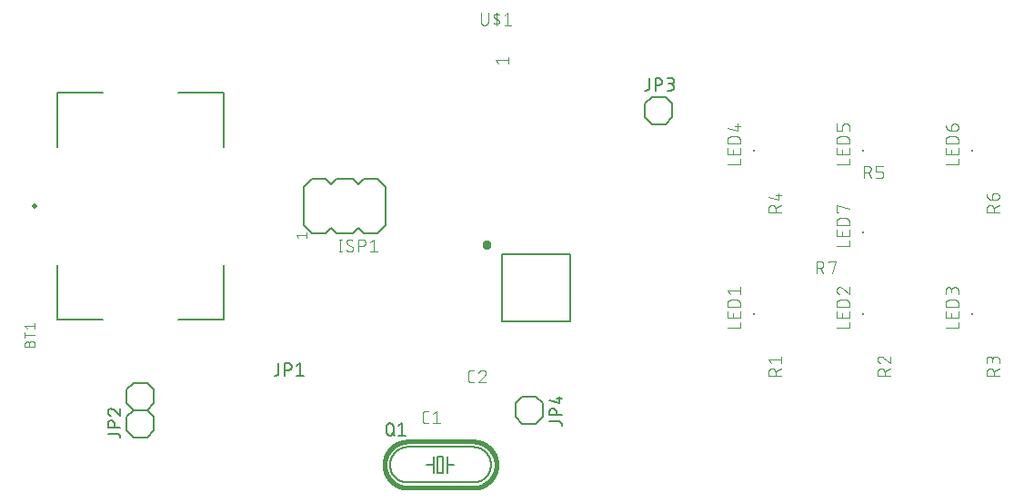
<source format=gbr>
G04 EAGLE Gerber RS-274X export*
G75*
%MOMM*%
%FSLAX34Y34*%
%LPD*%
%INSilkscreen Top*%
%IPPOS*%
%AMOC8*
5,1,8,0,0,1.08239X$1,22.5*%
G01*
%ADD10C,0.150000*%
%ADD11C,0.500000*%
%ADD12C,0.076200*%
%ADD13C,0.101600*%
%ADD14C,0.200000*%
%ADD15C,0.400000*%
%ADD16C,0.127000*%
%ADD17C,0.152400*%
%ADD18R,0.200000X0.200000*%
%ADD19C,0.406400*%


D10*
X217200Y186600D02*
X174700Y186600D01*
X104700Y186600D02*
X62200Y186600D01*
X62200Y397600D02*
X104700Y397600D01*
X174700Y397600D02*
X217200Y397600D01*
X62200Y237100D02*
X62200Y186600D01*
X62200Y347100D02*
X62200Y397600D01*
X217200Y237100D02*
X217200Y186600D01*
X217200Y347100D02*
X217200Y397600D01*
D11*
X40950Y292100D03*
D12*
X36187Y163547D02*
X36187Y160981D01*
X36187Y163547D02*
X36189Y163646D01*
X36195Y163746D01*
X36204Y163845D01*
X36218Y163943D01*
X36235Y164041D01*
X36256Y164139D01*
X36281Y164235D01*
X36310Y164330D01*
X36342Y164425D01*
X36378Y164517D01*
X36417Y164609D01*
X36460Y164699D01*
X36506Y164787D01*
X36556Y164873D01*
X36609Y164957D01*
X36665Y165039D01*
X36725Y165119D01*
X36787Y165196D01*
X36853Y165271D01*
X36921Y165344D01*
X36992Y165413D01*
X37066Y165480D01*
X37142Y165544D01*
X37221Y165605D01*
X37302Y165663D01*
X37385Y165718D01*
X37470Y165769D01*
X37557Y165817D01*
X37646Y165862D01*
X37737Y165903D01*
X37829Y165941D01*
X37922Y165975D01*
X38017Y166005D01*
X38113Y166032D01*
X38210Y166055D01*
X38307Y166074D01*
X38406Y166089D01*
X38505Y166101D01*
X38604Y166109D01*
X38703Y166113D01*
X38803Y166113D01*
X38902Y166109D01*
X39001Y166101D01*
X39100Y166089D01*
X39199Y166074D01*
X39296Y166055D01*
X39393Y166032D01*
X39489Y166005D01*
X39584Y165975D01*
X39677Y165941D01*
X39769Y165903D01*
X39860Y165862D01*
X39949Y165817D01*
X40036Y165769D01*
X40121Y165718D01*
X40204Y165663D01*
X40285Y165605D01*
X40364Y165544D01*
X40440Y165480D01*
X40514Y165413D01*
X40585Y165344D01*
X40653Y165271D01*
X40719Y165196D01*
X40781Y165119D01*
X40841Y165039D01*
X40897Y164957D01*
X40950Y164873D01*
X41000Y164787D01*
X41046Y164699D01*
X41089Y164609D01*
X41128Y164517D01*
X41164Y164425D01*
X41196Y164330D01*
X41225Y164235D01*
X41250Y164139D01*
X41271Y164041D01*
X41288Y163943D01*
X41302Y163845D01*
X41311Y163746D01*
X41317Y163646D01*
X41319Y163547D01*
X41319Y160981D01*
X32081Y160981D01*
X32081Y163547D01*
X32083Y163637D01*
X32089Y163726D01*
X32099Y163815D01*
X32112Y163903D01*
X32130Y163991D01*
X32151Y164078D01*
X32176Y164164D01*
X32205Y164249D01*
X32237Y164333D01*
X32273Y164415D01*
X32313Y164495D01*
X32356Y164574D01*
X32403Y164650D01*
X32452Y164725D01*
X32505Y164797D01*
X32561Y164867D01*
X32620Y164934D01*
X32682Y164999D01*
X32747Y165061D01*
X32814Y165120D01*
X32884Y165176D01*
X32956Y165229D01*
X33031Y165278D01*
X33108Y165325D01*
X33186Y165368D01*
X33266Y165408D01*
X33348Y165444D01*
X33432Y165476D01*
X33517Y165505D01*
X33603Y165530D01*
X33690Y165551D01*
X33778Y165569D01*
X33866Y165582D01*
X33955Y165592D01*
X34044Y165598D01*
X34134Y165600D01*
X34224Y165598D01*
X34313Y165592D01*
X34402Y165582D01*
X34490Y165569D01*
X34578Y165551D01*
X34665Y165530D01*
X34751Y165505D01*
X34836Y165476D01*
X34920Y165444D01*
X35002Y165408D01*
X35082Y165368D01*
X35161Y165325D01*
X35237Y165278D01*
X35312Y165229D01*
X35384Y165176D01*
X35454Y165120D01*
X35521Y165061D01*
X35586Y164999D01*
X35648Y164934D01*
X35707Y164867D01*
X35763Y164797D01*
X35816Y164725D01*
X35865Y164650D01*
X35912Y164574D01*
X35955Y164495D01*
X35995Y164415D01*
X36031Y164333D01*
X36063Y164249D01*
X36092Y164164D01*
X36117Y164078D01*
X36138Y163991D01*
X36156Y163903D01*
X36169Y163815D01*
X36179Y163726D01*
X36185Y163637D01*
X36187Y163547D01*
X32081Y171517D02*
X41319Y171517D01*
X32081Y168951D02*
X32081Y174083D01*
X34134Y177351D02*
X32081Y179917D01*
X41319Y179917D01*
X41319Y177351D02*
X41319Y182483D01*
D13*
X405139Y89408D02*
X407736Y89408D01*
X405139Y89408D02*
X405040Y89410D01*
X404940Y89416D01*
X404841Y89425D01*
X404743Y89438D01*
X404645Y89455D01*
X404547Y89476D01*
X404451Y89501D01*
X404356Y89529D01*
X404262Y89561D01*
X404169Y89596D01*
X404077Y89635D01*
X403987Y89678D01*
X403899Y89723D01*
X403812Y89773D01*
X403728Y89825D01*
X403645Y89881D01*
X403565Y89939D01*
X403487Y90001D01*
X403412Y90066D01*
X403339Y90134D01*
X403269Y90204D01*
X403201Y90277D01*
X403136Y90352D01*
X403074Y90430D01*
X403016Y90510D01*
X402960Y90593D01*
X402908Y90677D01*
X402858Y90764D01*
X402813Y90852D01*
X402770Y90942D01*
X402731Y91034D01*
X402696Y91127D01*
X402664Y91221D01*
X402636Y91316D01*
X402611Y91412D01*
X402590Y91510D01*
X402573Y91608D01*
X402560Y91706D01*
X402551Y91805D01*
X402545Y91905D01*
X402543Y92004D01*
X402543Y98496D01*
X402545Y98595D01*
X402551Y98695D01*
X402560Y98794D01*
X402573Y98892D01*
X402590Y98990D01*
X402611Y99088D01*
X402636Y99184D01*
X402664Y99279D01*
X402696Y99373D01*
X402731Y99466D01*
X402770Y99558D01*
X402813Y99648D01*
X402858Y99736D01*
X402908Y99823D01*
X402960Y99907D01*
X403016Y99990D01*
X403074Y100070D01*
X403136Y100148D01*
X403201Y100223D01*
X403269Y100296D01*
X403339Y100366D01*
X403412Y100434D01*
X403487Y100499D01*
X403565Y100561D01*
X403645Y100619D01*
X403728Y100675D01*
X403812Y100727D01*
X403899Y100777D01*
X403987Y100822D01*
X404077Y100865D01*
X404169Y100904D01*
X404261Y100939D01*
X404356Y100971D01*
X404451Y100999D01*
X404547Y101024D01*
X404645Y101045D01*
X404743Y101062D01*
X404841Y101075D01*
X404940Y101084D01*
X405040Y101090D01*
X405139Y101092D01*
X407736Y101092D01*
X412101Y98496D02*
X415346Y101092D01*
X415346Y89408D01*
X412101Y89408D02*
X418592Y89408D01*
X447604Y127508D02*
X450201Y127508D01*
X447604Y127508D02*
X447505Y127510D01*
X447405Y127516D01*
X447306Y127525D01*
X447208Y127538D01*
X447110Y127555D01*
X447012Y127576D01*
X446916Y127601D01*
X446821Y127629D01*
X446727Y127661D01*
X446634Y127696D01*
X446542Y127735D01*
X446452Y127778D01*
X446364Y127823D01*
X446277Y127873D01*
X446193Y127925D01*
X446110Y127981D01*
X446030Y128039D01*
X445952Y128101D01*
X445877Y128166D01*
X445804Y128234D01*
X445734Y128304D01*
X445666Y128377D01*
X445601Y128452D01*
X445539Y128530D01*
X445481Y128610D01*
X445425Y128693D01*
X445373Y128777D01*
X445323Y128864D01*
X445278Y128952D01*
X445235Y129042D01*
X445196Y129134D01*
X445161Y129227D01*
X445129Y129321D01*
X445101Y129416D01*
X445076Y129512D01*
X445055Y129610D01*
X445038Y129708D01*
X445025Y129806D01*
X445016Y129905D01*
X445010Y130005D01*
X445008Y130104D01*
X445008Y136596D01*
X445010Y136695D01*
X445016Y136795D01*
X445025Y136894D01*
X445038Y136992D01*
X445055Y137090D01*
X445076Y137188D01*
X445101Y137284D01*
X445129Y137379D01*
X445161Y137473D01*
X445196Y137566D01*
X445235Y137658D01*
X445278Y137748D01*
X445323Y137836D01*
X445373Y137923D01*
X445425Y138007D01*
X445481Y138090D01*
X445539Y138170D01*
X445601Y138248D01*
X445666Y138323D01*
X445734Y138396D01*
X445804Y138466D01*
X445877Y138534D01*
X445952Y138599D01*
X446030Y138661D01*
X446110Y138719D01*
X446193Y138775D01*
X446277Y138827D01*
X446364Y138877D01*
X446452Y138922D01*
X446542Y138965D01*
X446634Y139004D01*
X446726Y139039D01*
X446821Y139071D01*
X446916Y139099D01*
X447012Y139124D01*
X447110Y139145D01*
X447208Y139162D01*
X447306Y139175D01*
X447405Y139184D01*
X447505Y139190D01*
X447604Y139192D01*
X450201Y139192D01*
X458136Y139192D02*
X458243Y139190D01*
X458349Y139184D01*
X458455Y139174D01*
X458561Y139161D01*
X458667Y139143D01*
X458771Y139122D01*
X458875Y139097D01*
X458978Y139068D01*
X459079Y139036D01*
X459179Y138999D01*
X459278Y138959D01*
X459376Y138916D01*
X459472Y138869D01*
X459566Y138818D01*
X459658Y138764D01*
X459748Y138707D01*
X459836Y138647D01*
X459921Y138583D01*
X460004Y138516D01*
X460085Y138446D01*
X460163Y138374D01*
X460239Y138298D01*
X460311Y138220D01*
X460381Y138139D01*
X460448Y138056D01*
X460512Y137971D01*
X460572Y137883D01*
X460629Y137793D01*
X460683Y137701D01*
X460734Y137607D01*
X460781Y137511D01*
X460824Y137413D01*
X460864Y137314D01*
X460901Y137214D01*
X460933Y137113D01*
X460962Y137010D01*
X460987Y136906D01*
X461008Y136802D01*
X461026Y136696D01*
X461039Y136590D01*
X461049Y136484D01*
X461055Y136378D01*
X461057Y136271D01*
X458136Y139192D02*
X458015Y139190D01*
X457894Y139184D01*
X457774Y139174D01*
X457653Y139161D01*
X457534Y139143D01*
X457414Y139122D01*
X457296Y139097D01*
X457179Y139068D01*
X457062Y139035D01*
X456947Y138999D01*
X456833Y138958D01*
X456720Y138915D01*
X456608Y138867D01*
X456499Y138816D01*
X456391Y138761D01*
X456284Y138703D01*
X456180Y138642D01*
X456078Y138577D01*
X455978Y138509D01*
X455880Y138438D01*
X455784Y138364D01*
X455691Y138287D01*
X455601Y138206D01*
X455513Y138123D01*
X455428Y138037D01*
X455345Y137948D01*
X455266Y137857D01*
X455189Y137763D01*
X455116Y137667D01*
X455046Y137569D01*
X454979Y137468D01*
X454915Y137365D01*
X454855Y137260D01*
X454798Y137153D01*
X454744Y137045D01*
X454694Y136935D01*
X454648Y136823D01*
X454605Y136710D01*
X454566Y136595D01*
X460084Y133999D02*
X460163Y134076D01*
X460239Y134157D01*
X460312Y134240D01*
X460382Y134325D01*
X460449Y134413D01*
X460513Y134503D01*
X460573Y134595D01*
X460630Y134690D01*
X460684Y134786D01*
X460735Y134884D01*
X460782Y134984D01*
X460826Y135086D01*
X460866Y135189D01*
X460902Y135293D01*
X460934Y135399D01*
X460963Y135505D01*
X460988Y135613D01*
X461010Y135721D01*
X461027Y135831D01*
X461041Y135940D01*
X461050Y136050D01*
X461056Y136161D01*
X461058Y136271D01*
X460084Y133999D02*
X454566Y127508D01*
X461057Y127508D01*
D14*
X476500Y247400D02*
X539500Y247400D01*
X539500Y184400D01*
X476500Y184400D01*
X476500Y247400D01*
D15*
X460000Y255900D02*
X460002Y255989D01*
X460008Y256078D01*
X460018Y256167D01*
X460032Y256255D01*
X460049Y256342D01*
X460071Y256428D01*
X460097Y256514D01*
X460126Y256598D01*
X460159Y256681D01*
X460195Y256762D01*
X460236Y256842D01*
X460279Y256919D01*
X460326Y256995D01*
X460377Y257068D01*
X460430Y257139D01*
X460487Y257208D01*
X460547Y257274D01*
X460610Y257338D01*
X460675Y257398D01*
X460743Y257456D01*
X460814Y257510D01*
X460887Y257561D01*
X460962Y257609D01*
X461039Y257654D01*
X461118Y257695D01*
X461199Y257732D01*
X461281Y257766D01*
X461365Y257797D01*
X461450Y257823D01*
X461536Y257846D01*
X461623Y257864D01*
X461711Y257879D01*
X461800Y257890D01*
X461889Y257897D01*
X461978Y257900D01*
X462067Y257899D01*
X462156Y257894D01*
X462244Y257885D01*
X462333Y257872D01*
X462420Y257855D01*
X462507Y257835D01*
X462593Y257810D01*
X462677Y257782D01*
X462760Y257750D01*
X462842Y257714D01*
X462922Y257675D01*
X463000Y257632D01*
X463076Y257586D01*
X463150Y257536D01*
X463222Y257483D01*
X463291Y257427D01*
X463358Y257368D01*
X463422Y257306D01*
X463483Y257242D01*
X463542Y257174D01*
X463597Y257104D01*
X463649Y257032D01*
X463698Y256957D01*
X463743Y256881D01*
X463785Y256802D01*
X463823Y256722D01*
X463858Y256640D01*
X463889Y256556D01*
X463917Y256471D01*
X463940Y256385D01*
X463960Y256298D01*
X463976Y256211D01*
X463988Y256122D01*
X463996Y256034D01*
X464000Y255945D01*
X464000Y255855D01*
X463996Y255766D01*
X463988Y255678D01*
X463976Y255589D01*
X463960Y255502D01*
X463940Y255415D01*
X463917Y255329D01*
X463889Y255244D01*
X463858Y255160D01*
X463823Y255078D01*
X463785Y254998D01*
X463743Y254919D01*
X463698Y254843D01*
X463649Y254768D01*
X463597Y254696D01*
X463542Y254626D01*
X463483Y254558D01*
X463422Y254494D01*
X463358Y254432D01*
X463291Y254373D01*
X463222Y254317D01*
X463150Y254264D01*
X463076Y254214D01*
X463000Y254168D01*
X462922Y254125D01*
X462842Y254086D01*
X462760Y254050D01*
X462677Y254018D01*
X462593Y253990D01*
X462507Y253965D01*
X462420Y253945D01*
X462333Y253928D01*
X462244Y253915D01*
X462156Y253906D01*
X462067Y253901D01*
X461978Y253900D01*
X461889Y253903D01*
X461800Y253910D01*
X461711Y253921D01*
X461623Y253936D01*
X461536Y253954D01*
X461450Y253977D01*
X461365Y254003D01*
X461281Y254034D01*
X461199Y254068D01*
X461118Y254105D01*
X461039Y254146D01*
X460962Y254191D01*
X460887Y254239D01*
X460814Y254290D01*
X460743Y254344D01*
X460675Y254402D01*
X460610Y254462D01*
X460547Y254526D01*
X460487Y254592D01*
X460430Y254661D01*
X460377Y254732D01*
X460326Y254805D01*
X460279Y254881D01*
X460236Y254958D01*
X460195Y255038D01*
X460159Y255119D01*
X460126Y255202D01*
X460097Y255286D01*
X460071Y255372D01*
X460049Y255458D01*
X460032Y255545D01*
X460018Y255633D01*
X460008Y255722D01*
X460002Y255811D01*
X460000Y255900D01*
D16*
X299720Y266700D02*
X292100Y274320D01*
X292100Y309880D01*
X299720Y317500D01*
X312420Y317500D01*
X317500Y312420D01*
X322580Y317500D01*
X337820Y317500D01*
X342900Y312420D01*
X347980Y317500D01*
X360680Y317500D01*
X368300Y309880D01*
X368300Y274320D01*
X360680Y266700D01*
X347980Y266700D01*
X342900Y271780D01*
X337820Y266700D01*
X322580Y266700D01*
X317500Y271780D01*
X312420Y266700D01*
X299720Y266700D01*
D12*
X286949Y262001D02*
X284861Y264612D01*
X294259Y264612D01*
X294259Y267222D02*
X294259Y262001D01*
D13*
X325685Y261112D02*
X325685Y249428D01*
X326983Y249428D02*
X324386Y249428D01*
X324386Y261112D02*
X326983Y261112D01*
X337693Y252024D02*
X337691Y251925D01*
X337685Y251825D01*
X337676Y251726D01*
X337663Y251628D01*
X337646Y251530D01*
X337625Y251432D01*
X337600Y251336D01*
X337572Y251241D01*
X337540Y251147D01*
X337505Y251054D01*
X337466Y250962D01*
X337423Y250872D01*
X337378Y250784D01*
X337328Y250697D01*
X337276Y250613D01*
X337220Y250530D01*
X337162Y250450D01*
X337100Y250372D01*
X337035Y250297D01*
X336967Y250224D01*
X336897Y250154D01*
X336824Y250086D01*
X336749Y250021D01*
X336671Y249959D01*
X336591Y249901D01*
X336508Y249845D01*
X336424Y249793D01*
X336337Y249743D01*
X336249Y249698D01*
X336159Y249655D01*
X336067Y249616D01*
X335974Y249581D01*
X335880Y249549D01*
X335785Y249521D01*
X335689Y249496D01*
X335591Y249475D01*
X335493Y249458D01*
X335395Y249445D01*
X335296Y249436D01*
X335196Y249430D01*
X335097Y249428D01*
X334953Y249430D01*
X334808Y249436D01*
X334664Y249445D01*
X334521Y249458D01*
X334377Y249475D01*
X334234Y249496D01*
X334092Y249521D01*
X333951Y249549D01*
X333810Y249581D01*
X333670Y249617D01*
X333531Y249656D01*
X333393Y249699D01*
X333257Y249746D01*
X333121Y249796D01*
X332987Y249850D01*
X332855Y249907D01*
X332724Y249968D01*
X332595Y250032D01*
X332467Y250100D01*
X332341Y250170D01*
X332217Y250245D01*
X332096Y250322D01*
X331976Y250403D01*
X331858Y250486D01*
X331743Y250573D01*
X331630Y250663D01*
X331519Y250756D01*
X331411Y250851D01*
X331305Y250950D01*
X331202Y251051D01*
X331527Y258516D02*
X331529Y258615D01*
X331535Y258715D01*
X331544Y258814D01*
X331557Y258912D01*
X331574Y259010D01*
X331595Y259108D01*
X331620Y259204D01*
X331648Y259299D01*
X331680Y259393D01*
X331715Y259486D01*
X331754Y259578D01*
X331797Y259668D01*
X331842Y259756D01*
X331892Y259843D01*
X331944Y259927D01*
X332000Y260010D01*
X332058Y260090D01*
X332120Y260168D01*
X332185Y260243D01*
X332253Y260316D01*
X332323Y260386D01*
X332396Y260454D01*
X332471Y260519D01*
X332549Y260581D01*
X332629Y260639D01*
X332712Y260695D01*
X332796Y260747D01*
X332883Y260797D01*
X332971Y260842D01*
X333061Y260885D01*
X333153Y260924D01*
X333246Y260959D01*
X333340Y260991D01*
X333435Y261019D01*
X333532Y261044D01*
X333629Y261065D01*
X333727Y261082D01*
X333825Y261095D01*
X333924Y261104D01*
X334024Y261110D01*
X334123Y261112D01*
X334259Y261110D01*
X334395Y261104D01*
X334531Y261095D01*
X334667Y261082D01*
X334802Y261064D01*
X334936Y261044D01*
X335070Y261019D01*
X335204Y260991D01*
X335336Y260958D01*
X335467Y260923D01*
X335598Y260883D01*
X335727Y260840D01*
X335855Y260794D01*
X335981Y260743D01*
X336107Y260690D01*
X336230Y260632D01*
X336352Y260572D01*
X336472Y260508D01*
X336591Y260440D01*
X336707Y260370D01*
X336821Y260296D01*
X336934Y260219D01*
X337044Y260138D01*
X332824Y256244D02*
X332738Y256297D01*
X332654Y256354D01*
X332572Y256413D01*
X332492Y256476D01*
X332415Y256542D01*
X332340Y256610D01*
X332268Y256682D01*
X332199Y256756D01*
X332133Y256833D01*
X332070Y256912D01*
X332010Y256994D01*
X331953Y257078D01*
X331899Y257164D01*
X331849Y257252D01*
X331802Y257342D01*
X331758Y257433D01*
X331719Y257527D01*
X331682Y257621D01*
X331650Y257717D01*
X331621Y257815D01*
X331596Y257913D01*
X331575Y258012D01*
X331557Y258112D01*
X331544Y258212D01*
X331534Y258313D01*
X331528Y258415D01*
X331526Y258516D01*
X336395Y254296D02*
X336481Y254243D01*
X336565Y254186D01*
X336647Y254127D01*
X336727Y254064D01*
X336804Y253998D01*
X336879Y253930D01*
X336951Y253858D01*
X337020Y253784D01*
X337086Y253707D01*
X337149Y253628D01*
X337209Y253546D01*
X337266Y253462D01*
X337320Y253376D01*
X337370Y253288D01*
X337417Y253198D01*
X337461Y253107D01*
X337500Y253013D01*
X337537Y252919D01*
X337569Y252823D01*
X337598Y252725D01*
X337623Y252627D01*
X337644Y252528D01*
X337662Y252428D01*
X337675Y252328D01*
X337685Y252227D01*
X337691Y252125D01*
X337693Y252024D01*
X336395Y254296D02*
X332825Y256244D01*
X342801Y261112D02*
X342801Y249428D01*
X342801Y261112D02*
X346047Y261112D01*
X346160Y261110D01*
X346273Y261104D01*
X346386Y261094D01*
X346499Y261080D01*
X346611Y261063D01*
X346722Y261041D01*
X346832Y261016D01*
X346942Y260986D01*
X347050Y260953D01*
X347157Y260916D01*
X347263Y260876D01*
X347367Y260831D01*
X347470Y260783D01*
X347571Y260732D01*
X347670Y260677D01*
X347767Y260619D01*
X347862Y260557D01*
X347955Y260492D01*
X348045Y260424D01*
X348133Y260353D01*
X348219Y260278D01*
X348302Y260201D01*
X348382Y260121D01*
X348459Y260038D01*
X348534Y259952D01*
X348605Y259864D01*
X348673Y259774D01*
X348738Y259681D01*
X348800Y259586D01*
X348858Y259489D01*
X348913Y259390D01*
X348964Y259289D01*
X349012Y259186D01*
X349057Y259082D01*
X349097Y258976D01*
X349134Y258869D01*
X349167Y258761D01*
X349197Y258651D01*
X349222Y258541D01*
X349244Y258430D01*
X349261Y258318D01*
X349275Y258205D01*
X349285Y258092D01*
X349291Y257979D01*
X349293Y257866D01*
X349291Y257753D01*
X349285Y257640D01*
X349275Y257527D01*
X349261Y257414D01*
X349244Y257302D01*
X349222Y257191D01*
X349197Y257081D01*
X349167Y256971D01*
X349134Y256863D01*
X349097Y256756D01*
X349057Y256650D01*
X349012Y256546D01*
X348964Y256443D01*
X348913Y256342D01*
X348858Y256243D01*
X348800Y256146D01*
X348738Y256051D01*
X348673Y255958D01*
X348605Y255868D01*
X348534Y255780D01*
X348459Y255694D01*
X348382Y255611D01*
X348302Y255531D01*
X348219Y255454D01*
X348133Y255379D01*
X348045Y255308D01*
X347955Y255240D01*
X347862Y255175D01*
X347767Y255113D01*
X347670Y255055D01*
X347571Y255000D01*
X347470Y254949D01*
X347367Y254901D01*
X347263Y254856D01*
X347157Y254816D01*
X347050Y254779D01*
X346942Y254746D01*
X346832Y254716D01*
X346722Y254691D01*
X346611Y254669D01*
X346499Y254652D01*
X346386Y254638D01*
X346273Y254628D01*
X346160Y254622D01*
X346047Y254620D01*
X346047Y254621D02*
X342801Y254621D01*
X353681Y258516D02*
X356926Y261112D01*
X356926Y249428D01*
X353681Y249428D02*
X360172Y249428D01*
D16*
X268276Y145415D02*
X268276Y136525D01*
X268274Y136425D01*
X268268Y136326D01*
X268258Y136226D01*
X268245Y136128D01*
X268227Y136029D01*
X268206Y135932D01*
X268181Y135836D01*
X268152Y135740D01*
X268119Y135646D01*
X268083Y135553D01*
X268043Y135462D01*
X267999Y135372D01*
X267952Y135284D01*
X267902Y135198D01*
X267848Y135114D01*
X267791Y135032D01*
X267731Y134953D01*
X267667Y134875D01*
X267601Y134801D01*
X267532Y134729D01*
X267460Y134660D01*
X267386Y134594D01*
X267308Y134530D01*
X267229Y134470D01*
X267147Y134413D01*
X267063Y134359D01*
X266977Y134309D01*
X266889Y134262D01*
X266799Y134218D01*
X266708Y134178D01*
X266615Y134142D01*
X266521Y134109D01*
X266425Y134080D01*
X266329Y134055D01*
X266232Y134034D01*
X266133Y134016D01*
X266035Y134003D01*
X265935Y133993D01*
X265836Y133987D01*
X265736Y133985D01*
X264466Y133985D01*
X274257Y133985D02*
X274257Y145415D01*
X277432Y145415D01*
X277543Y145413D01*
X277653Y145407D01*
X277764Y145398D01*
X277874Y145384D01*
X277983Y145367D01*
X278092Y145346D01*
X278200Y145321D01*
X278307Y145292D01*
X278413Y145260D01*
X278518Y145224D01*
X278621Y145184D01*
X278723Y145141D01*
X278824Y145094D01*
X278923Y145043D01*
X279020Y144990D01*
X279114Y144933D01*
X279207Y144872D01*
X279298Y144809D01*
X279387Y144742D01*
X279473Y144672D01*
X279556Y144599D01*
X279638Y144524D01*
X279716Y144446D01*
X279791Y144364D01*
X279864Y144281D01*
X279934Y144195D01*
X280001Y144106D01*
X280064Y144015D01*
X280125Y143922D01*
X280182Y143827D01*
X280235Y143731D01*
X280286Y143632D01*
X280333Y143531D01*
X280376Y143429D01*
X280416Y143326D01*
X280452Y143221D01*
X280484Y143115D01*
X280513Y143008D01*
X280538Y142900D01*
X280559Y142791D01*
X280576Y142682D01*
X280590Y142572D01*
X280599Y142461D01*
X280605Y142351D01*
X280607Y142240D01*
X280605Y142129D01*
X280599Y142019D01*
X280590Y141908D01*
X280576Y141798D01*
X280559Y141689D01*
X280538Y141580D01*
X280513Y141472D01*
X280484Y141365D01*
X280452Y141259D01*
X280416Y141154D01*
X280376Y141051D01*
X280333Y140949D01*
X280286Y140848D01*
X280235Y140749D01*
X280182Y140652D01*
X280125Y140558D01*
X280064Y140465D01*
X280001Y140374D01*
X279934Y140285D01*
X279864Y140199D01*
X279791Y140116D01*
X279716Y140034D01*
X279638Y139956D01*
X279556Y139881D01*
X279473Y139808D01*
X279387Y139738D01*
X279298Y139671D01*
X279207Y139608D01*
X279114Y139547D01*
X279020Y139490D01*
X278923Y139437D01*
X278824Y139386D01*
X278723Y139339D01*
X278621Y139296D01*
X278518Y139256D01*
X278413Y139220D01*
X278307Y139188D01*
X278200Y139159D01*
X278092Y139134D01*
X277983Y139113D01*
X277874Y139096D01*
X277764Y139082D01*
X277653Y139073D01*
X277543Y139067D01*
X277432Y139065D01*
X274257Y139065D01*
X285115Y142875D02*
X288290Y145415D01*
X288290Y133985D01*
X285115Y133985D02*
X291465Y133985D01*
D17*
X127000Y95250D02*
X127000Y82550D01*
X127000Y95250D02*
X133350Y101600D01*
X146050Y101600D01*
X152400Y95250D01*
X146050Y76200D02*
X133350Y76200D01*
X127000Y82550D01*
X146050Y76200D02*
X152400Y82550D01*
X152400Y95250D01*
X133350Y101600D02*
X127000Y107950D01*
X127000Y120650D01*
X133350Y127000D01*
X146050Y127000D01*
X152400Y120650D01*
X152400Y107950D01*
X146050Y101600D01*
D16*
X118237Y79883D02*
X109347Y79883D01*
X118237Y79883D02*
X118337Y79881D01*
X118436Y79875D01*
X118536Y79865D01*
X118634Y79852D01*
X118733Y79834D01*
X118830Y79813D01*
X118926Y79788D01*
X119022Y79759D01*
X119116Y79726D01*
X119209Y79690D01*
X119300Y79650D01*
X119390Y79606D01*
X119478Y79559D01*
X119564Y79509D01*
X119648Y79455D01*
X119730Y79398D01*
X119809Y79338D01*
X119887Y79274D01*
X119961Y79208D01*
X120033Y79139D01*
X120102Y79067D01*
X120168Y78993D01*
X120232Y78915D01*
X120292Y78836D01*
X120349Y78754D01*
X120403Y78670D01*
X120453Y78584D01*
X120500Y78496D01*
X120544Y78406D01*
X120584Y78315D01*
X120620Y78222D01*
X120653Y78128D01*
X120682Y78032D01*
X120707Y77936D01*
X120728Y77839D01*
X120746Y77740D01*
X120759Y77642D01*
X120769Y77542D01*
X120775Y77443D01*
X120777Y77343D01*
X120777Y76073D01*
X120777Y85863D02*
X109347Y85863D01*
X109347Y89038D01*
X109349Y89149D01*
X109355Y89259D01*
X109364Y89370D01*
X109378Y89480D01*
X109395Y89589D01*
X109416Y89698D01*
X109441Y89806D01*
X109470Y89913D01*
X109502Y90019D01*
X109538Y90124D01*
X109578Y90227D01*
X109621Y90329D01*
X109668Y90430D01*
X109719Y90529D01*
X109772Y90625D01*
X109829Y90720D01*
X109890Y90813D01*
X109953Y90904D01*
X110020Y90993D01*
X110090Y91079D01*
X110163Y91162D01*
X110238Y91244D01*
X110316Y91322D01*
X110398Y91397D01*
X110481Y91470D01*
X110567Y91540D01*
X110656Y91607D01*
X110747Y91670D01*
X110840Y91731D01*
X110935Y91788D01*
X111031Y91841D01*
X111130Y91892D01*
X111231Y91939D01*
X111333Y91982D01*
X111436Y92022D01*
X111541Y92058D01*
X111647Y92090D01*
X111754Y92119D01*
X111862Y92144D01*
X111971Y92165D01*
X112080Y92182D01*
X112190Y92196D01*
X112301Y92205D01*
X112411Y92211D01*
X112522Y92213D01*
X112633Y92211D01*
X112743Y92205D01*
X112854Y92196D01*
X112964Y92182D01*
X113073Y92165D01*
X113182Y92144D01*
X113290Y92119D01*
X113397Y92090D01*
X113503Y92058D01*
X113608Y92022D01*
X113711Y91982D01*
X113813Y91939D01*
X113914Y91892D01*
X114013Y91841D01*
X114110Y91788D01*
X114204Y91731D01*
X114297Y91670D01*
X114388Y91607D01*
X114477Y91540D01*
X114563Y91470D01*
X114646Y91397D01*
X114728Y91322D01*
X114806Y91244D01*
X114881Y91162D01*
X114954Y91079D01*
X115024Y90993D01*
X115091Y90904D01*
X115154Y90813D01*
X115215Y90720D01*
X115272Y90626D01*
X115325Y90529D01*
X115376Y90430D01*
X115423Y90329D01*
X115466Y90227D01*
X115506Y90124D01*
X115542Y90019D01*
X115574Y89913D01*
X115603Y89806D01*
X115628Y89698D01*
X115649Y89589D01*
X115666Y89480D01*
X115680Y89370D01*
X115689Y89259D01*
X115695Y89149D01*
X115697Y89038D01*
X115697Y85863D01*
X109347Y100214D02*
X109349Y100318D01*
X109355Y100423D01*
X109364Y100527D01*
X109377Y100630D01*
X109395Y100733D01*
X109415Y100835D01*
X109440Y100937D01*
X109468Y101037D01*
X109500Y101137D01*
X109536Y101235D01*
X109575Y101332D01*
X109617Y101427D01*
X109663Y101521D01*
X109713Y101613D01*
X109765Y101703D01*
X109821Y101791D01*
X109881Y101877D01*
X109943Y101961D01*
X110008Y102042D01*
X110076Y102121D01*
X110148Y102198D01*
X110221Y102271D01*
X110298Y102343D01*
X110377Y102411D01*
X110458Y102476D01*
X110542Y102538D01*
X110628Y102598D01*
X110716Y102654D01*
X110806Y102706D01*
X110898Y102756D01*
X110992Y102802D01*
X111087Y102844D01*
X111184Y102883D01*
X111282Y102919D01*
X111382Y102951D01*
X111482Y102979D01*
X111584Y103004D01*
X111686Y103024D01*
X111789Y103042D01*
X111892Y103055D01*
X111996Y103064D01*
X112101Y103070D01*
X112205Y103072D01*
X109347Y100214D02*
X109349Y100096D01*
X109355Y99977D01*
X109364Y99859D01*
X109377Y99742D01*
X109395Y99625D01*
X109415Y99508D01*
X109440Y99392D01*
X109468Y99277D01*
X109501Y99164D01*
X109536Y99051D01*
X109576Y98939D01*
X109618Y98829D01*
X109665Y98720D01*
X109715Y98612D01*
X109768Y98507D01*
X109825Y98403D01*
X109885Y98301D01*
X109948Y98201D01*
X110015Y98103D01*
X110084Y98007D01*
X110157Y97914D01*
X110233Y97823D01*
X110311Y97734D01*
X110393Y97648D01*
X110477Y97565D01*
X110563Y97484D01*
X110653Y97407D01*
X110744Y97332D01*
X110838Y97260D01*
X110935Y97191D01*
X111033Y97126D01*
X111134Y97063D01*
X111237Y97004D01*
X111341Y96948D01*
X111447Y96896D01*
X111555Y96847D01*
X111664Y96802D01*
X111775Y96760D01*
X111887Y96722D01*
X114427Y102120D02*
X114352Y102196D01*
X114273Y102271D01*
X114192Y102342D01*
X114108Y102411D01*
X114022Y102476D01*
X113934Y102538D01*
X113844Y102598D01*
X113752Y102654D01*
X113657Y102707D01*
X113561Y102756D01*
X113463Y102802D01*
X113364Y102845D01*
X113263Y102884D01*
X113161Y102919D01*
X113058Y102951D01*
X112954Y102979D01*
X112849Y103004D01*
X112742Y103025D01*
X112636Y103042D01*
X112529Y103055D01*
X112421Y103064D01*
X112313Y103070D01*
X112205Y103072D01*
X114427Y102119D02*
X120777Y96722D01*
X120777Y103072D01*
D17*
X615950Y393700D02*
X628650Y393700D01*
X635000Y387350D01*
X635000Y374650D01*
X628650Y368300D01*
X609600Y374650D02*
X609600Y387350D01*
X615950Y393700D01*
X609600Y374650D02*
X615950Y368300D01*
X628650Y368300D01*
D16*
X613283Y402463D02*
X613283Y411353D01*
X613283Y402463D02*
X613281Y402363D01*
X613275Y402264D01*
X613265Y402164D01*
X613252Y402066D01*
X613234Y401967D01*
X613213Y401870D01*
X613188Y401774D01*
X613159Y401678D01*
X613126Y401584D01*
X613090Y401491D01*
X613050Y401400D01*
X613006Y401310D01*
X612959Y401222D01*
X612909Y401136D01*
X612855Y401052D01*
X612798Y400970D01*
X612738Y400891D01*
X612674Y400813D01*
X612608Y400739D01*
X612539Y400667D01*
X612467Y400598D01*
X612393Y400532D01*
X612315Y400468D01*
X612236Y400408D01*
X612154Y400351D01*
X612070Y400297D01*
X611984Y400247D01*
X611896Y400200D01*
X611806Y400156D01*
X611715Y400116D01*
X611622Y400080D01*
X611528Y400047D01*
X611432Y400018D01*
X611336Y399993D01*
X611239Y399972D01*
X611140Y399954D01*
X611042Y399941D01*
X610942Y399931D01*
X610843Y399925D01*
X610743Y399923D01*
X609473Y399923D01*
X619263Y399923D02*
X619263Y411353D01*
X622438Y411353D01*
X622549Y411351D01*
X622659Y411345D01*
X622770Y411336D01*
X622880Y411322D01*
X622989Y411305D01*
X623098Y411284D01*
X623206Y411259D01*
X623313Y411230D01*
X623419Y411198D01*
X623524Y411162D01*
X623627Y411122D01*
X623729Y411079D01*
X623830Y411032D01*
X623929Y410981D01*
X624026Y410928D01*
X624120Y410871D01*
X624213Y410810D01*
X624304Y410747D01*
X624393Y410680D01*
X624479Y410610D01*
X624562Y410537D01*
X624644Y410462D01*
X624722Y410384D01*
X624797Y410302D01*
X624870Y410219D01*
X624940Y410133D01*
X625007Y410044D01*
X625070Y409953D01*
X625131Y409860D01*
X625188Y409765D01*
X625241Y409669D01*
X625292Y409570D01*
X625339Y409469D01*
X625382Y409367D01*
X625422Y409264D01*
X625458Y409159D01*
X625490Y409053D01*
X625519Y408946D01*
X625544Y408838D01*
X625565Y408729D01*
X625582Y408620D01*
X625596Y408510D01*
X625605Y408399D01*
X625611Y408289D01*
X625613Y408178D01*
X625611Y408067D01*
X625605Y407957D01*
X625596Y407846D01*
X625582Y407736D01*
X625565Y407627D01*
X625544Y407518D01*
X625519Y407410D01*
X625490Y407303D01*
X625458Y407197D01*
X625422Y407092D01*
X625382Y406989D01*
X625339Y406887D01*
X625292Y406786D01*
X625241Y406687D01*
X625188Y406590D01*
X625131Y406496D01*
X625070Y406403D01*
X625007Y406312D01*
X624940Y406223D01*
X624870Y406137D01*
X624797Y406054D01*
X624722Y405972D01*
X624644Y405894D01*
X624562Y405819D01*
X624479Y405746D01*
X624393Y405676D01*
X624304Y405609D01*
X624213Y405546D01*
X624120Y405485D01*
X624026Y405428D01*
X623929Y405375D01*
X623830Y405324D01*
X623729Y405277D01*
X623627Y405234D01*
X623524Y405194D01*
X623419Y405158D01*
X623313Y405126D01*
X623206Y405097D01*
X623098Y405072D01*
X622989Y405051D01*
X622880Y405034D01*
X622770Y405020D01*
X622659Y405011D01*
X622549Y405005D01*
X622438Y405003D01*
X619263Y405003D01*
X630122Y399923D02*
X633297Y399923D01*
X633408Y399925D01*
X633518Y399931D01*
X633629Y399940D01*
X633739Y399954D01*
X633848Y399971D01*
X633957Y399992D01*
X634065Y400017D01*
X634172Y400046D01*
X634278Y400078D01*
X634383Y400114D01*
X634486Y400154D01*
X634588Y400197D01*
X634689Y400244D01*
X634788Y400295D01*
X634885Y400348D01*
X634979Y400405D01*
X635072Y400466D01*
X635163Y400529D01*
X635252Y400596D01*
X635338Y400666D01*
X635421Y400739D01*
X635503Y400814D01*
X635581Y400892D01*
X635656Y400974D01*
X635729Y401057D01*
X635799Y401143D01*
X635866Y401232D01*
X635929Y401323D01*
X635990Y401416D01*
X636047Y401510D01*
X636100Y401607D01*
X636151Y401706D01*
X636198Y401807D01*
X636241Y401909D01*
X636281Y402012D01*
X636317Y402117D01*
X636349Y402223D01*
X636378Y402330D01*
X636403Y402438D01*
X636424Y402547D01*
X636441Y402656D01*
X636455Y402766D01*
X636464Y402877D01*
X636470Y402987D01*
X636472Y403098D01*
X636470Y403209D01*
X636464Y403319D01*
X636455Y403430D01*
X636441Y403540D01*
X636424Y403649D01*
X636403Y403758D01*
X636378Y403866D01*
X636349Y403973D01*
X636317Y404079D01*
X636281Y404184D01*
X636241Y404287D01*
X636198Y404389D01*
X636151Y404490D01*
X636100Y404589D01*
X636047Y404685D01*
X635990Y404780D01*
X635929Y404873D01*
X635866Y404964D01*
X635799Y405053D01*
X635729Y405139D01*
X635656Y405222D01*
X635581Y405304D01*
X635503Y405382D01*
X635421Y405457D01*
X635338Y405530D01*
X635252Y405600D01*
X635163Y405667D01*
X635072Y405730D01*
X634979Y405791D01*
X634885Y405848D01*
X634788Y405901D01*
X634689Y405952D01*
X634588Y405999D01*
X634486Y406042D01*
X634383Y406082D01*
X634278Y406118D01*
X634172Y406150D01*
X634065Y406179D01*
X633957Y406204D01*
X633848Y406225D01*
X633739Y406242D01*
X633629Y406256D01*
X633518Y406265D01*
X633408Y406271D01*
X633297Y406273D01*
X633932Y411353D02*
X630122Y411353D01*
X633932Y411353D02*
X634032Y411351D01*
X634131Y411345D01*
X634231Y411335D01*
X634329Y411322D01*
X634428Y411304D01*
X634525Y411283D01*
X634621Y411258D01*
X634717Y411229D01*
X634811Y411196D01*
X634904Y411160D01*
X634995Y411120D01*
X635085Y411076D01*
X635173Y411029D01*
X635259Y410979D01*
X635343Y410925D01*
X635425Y410868D01*
X635504Y410808D01*
X635582Y410744D01*
X635656Y410678D01*
X635728Y410609D01*
X635797Y410537D01*
X635863Y410463D01*
X635927Y410385D01*
X635987Y410306D01*
X636044Y410224D01*
X636098Y410140D01*
X636148Y410054D01*
X636195Y409966D01*
X636239Y409876D01*
X636279Y409785D01*
X636315Y409692D01*
X636348Y409598D01*
X636377Y409502D01*
X636402Y409406D01*
X636423Y409309D01*
X636441Y409210D01*
X636454Y409112D01*
X636464Y409012D01*
X636470Y408913D01*
X636472Y408813D01*
X636470Y408713D01*
X636464Y408614D01*
X636454Y408514D01*
X636441Y408416D01*
X636423Y408317D01*
X636402Y408220D01*
X636377Y408124D01*
X636348Y408028D01*
X636315Y407934D01*
X636279Y407841D01*
X636239Y407750D01*
X636195Y407660D01*
X636148Y407572D01*
X636098Y407486D01*
X636044Y407402D01*
X635987Y407320D01*
X635927Y407241D01*
X635863Y407163D01*
X635797Y407089D01*
X635728Y407017D01*
X635656Y406948D01*
X635582Y406882D01*
X635504Y406818D01*
X635425Y406758D01*
X635343Y406701D01*
X635259Y406647D01*
X635173Y406597D01*
X635085Y406550D01*
X634995Y406506D01*
X634904Y406466D01*
X634811Y406430D01*
X634717Y406397D01*
X634621Y406368D01*
X634525Y406343D01*
X634428Y406322D01*
X634329Y406304D01*
X634231Y406291D01*
X634131Y406281D01*
X634032Y406275D01*
X633932Y406273D01*
X631392Y406273D01*
D17*
X514350Y107950D02*
X514350Y95250D01*
X508000Y88900D01*
X495300Y88900D01*
X488950Y95250D01*
X495300Y114300D02*
X508000Y114300D01*
X514350Y107950D01*
X495300Y114300D02*
X488950Y107950D01*
X488950Y95250D01*
D16*
X520573Y91238D02*
X529463Y91238D01*
X529563Y91236D01*
X529662Y91230D01*
X529762Y91220D01*
X529860Y91207D01*
X529959Y91189D01*
X530056Y91168D01*
X530152Y91143D01*
X530248Y91114D01*
X530342Y91081D01*
X530435Y91045D01*
X530526Y91005D01*
X530616Y90961D01*
X530704Y90914D01*
X530790Y90864D01*
X530874Y90810D01*
X530956Y90753D01*
X531035Y90693D01*
X531113Y90629D01*
X531187Y90563D01*
X531259Y90494D01*
X531328Y90422D01*
X531394Y90348D01*
X531458Y90270D01*
X531518Y90191D01*
X531575Y90109D01*
X531629Y90025D01*
X531679Y89939D01*
X531726Y89851D01*
X531770Y89761D01*
X531810Y89670D01*
X531846Y89577D01*
X531879Y89483D01*
X531908Y89387D01*
X531933Y89291D01*
X531954Y89194D01*
X531972Y89095D01*
X531985Y88997D01*
X531995Y88897D01*
X532001Y88798D01*
X532003Y88698D01*
X532003Y87428D01*
X532003Y97219D02*
X520573Y97219D01*
X520573Y100394D01*
X520575Y100505D01*
X520581Y100615D01*
X520590Y100726D01*
X520604Y100836D01*
X520621Y100945D01*
X520642Y101054D01*
X520667Y101162D01*
X520696Y101269D01*
X520728Y101375D01*
X520764Y101480D01*
X520804Y101583D01*
X520847Y101685D01*
X520894Y101786D01*
X520945Y101885D01*
X520998Y101981D01*
X521055Y102076D01*
X521116Y102169D01*
X521179Y102260D01*
X521246Y102349D01*
X521316Y102435D01*
X521389Y102518D01*
X521464Y102600D01*
X521542Y102678D01*
X521624Y102753D01*
X521707Y102826D01*
X521793Y102896D01*
X521882Y102963D01*
X521973Y103026D01*
X522066Y103087D01*
X522161Y103144D01*
X522257Y103197D01*
X522356Y103248D01*
X522457Y103295D01*
X522559Y103338D01*
X522662Y103378D01*
X522767Y103414D01*
X522873Y103446D01*
X522980Y103475D01*
X523088Y103500D01*
X523197Y103521D01*
X523306Y103538D01*
X523416Y103552D01*
X523527Y103561D01*
X523637Y103567D01*
X523748Y103569D01*
X523859Y103567D01*
X523969Y103561D01*
X524080Y103552D01*
X524190Y103538D01*
X524299Y103521D01*
X524408Y103500D01*
X524516Y103475D01*
X524623Y103446D01*
X524729Y103414D01*
X524834Y103378D01*
X524937Y103338D01*
X525039Y103295D01*
X525140Y103248D01*
X525239Y103197D01*
X525336Y103144D01*
X525430Y103087D01*
X525523Y103026D01*
X525614Y102963D01*
X525703Y102896D01*
X525789Y102826D01*
X525872Y102753D01*
X525954Y102678D01*
X526032Y102600D01*
X526107Y102518D01*
X526180Y102435D01*
X526250Y102349D01*
X526317Y102260D01*
X526380Y102169D01*
X526441Y102076D01*
X526498Y101982D01*
X526551Y101885D01*
X526602Y101786D01*
X526649Y101685D01*
X526692Y101583D01*
X526732Y101480D01*
X526768Y101375D01*
X526800Y101269D01*
X526829Y101162D01*
X526854Y101054D01*
X526875Y100945D01*
X526892Y100836D01*
X526906Y100726D01*
X526915Y100615D01*
X526921Y100505D01*
X526923Y100394D01*
X526923Y97219D01*
X529463Y108077D02*
X520573Y110617D01*
X529463Y108077D02*
X529463Y114427D01*
X526923Y112522D02*
X532003Y112522D01*
D18*
X711200Y191500D03*
D13*
X697992Y178308D02*
X686308Y178308D01*
X697992Y178308D02*
X697992Y183501D01*
X697992Y188214D02*
X697992Y193407D01*
X697992Y188214D02*
X686308Y188214D01*
X686308Y193407D01*
X691501Y192109D02*
X691501Y188214D01*
X686308Y198097D02*
X697992Y198097D01*
X686308Y198097D02*
X686308Y201343D01*
X686310Y201456D01*
X686316Y201569D01*
X686326Y201682D01*
X686340Y201795D01*
X686357Y201907D01*
X686379Y202018D01*
X686404Y202128D01*
X686434Y202238D01*
X686467Y202346D01*
X686504Y202453D01*
X686544Y202559D01*
X686589Y202663D01*
X686637Y202766D01*
X686688Y202867D01*
X686743Y202966D01*
X686801Y203063D01*
X686863Y203158D01*
X686928Y203251D01*
X686996Y203341D01*
X687067Y203429D01*
X687142Y203515D01*
X687219Y203598D01*
X687299Y203678D01*
X687382Y203755D01*
X687468Y203830D01*
X687556Y203901D01*
X687646Y203969D01*
X687739Y204034D01*
X687834Y204096D01*
X687931Y204154D01*
X688030Y204209D01*
X688131Y204260D01*
X688234Y204308D01*
X688338Y204353D01*
X688444Y204393D01*
X688551Y204430D01*
X688659Y204463D01*
X688769Y204493D01*
X688879Y204518D01*
X688990Y204540D01*
X689102Y204557D01*
X689215Y204571D01*
X689328Y204581D01*
X689441Y204587D01*
X689554Y204589D01*
X694746Y204589D01*
X694859Y204587D01*
X694972Y204581D01*
X695085Y204571D01*
X695198Y204557D01*
X695310Y204540D01*
X695421Y204518D01*
X695531Y204493D01*
X695641Y204463D01*
X695749Y204430D01*
X695856Y204393D01*
X695962Y204353D01*
X696066Y204308D01*
X696169Y204260D01*
X696270Y204209D01*
X696369Y204154D01*
X696466Y204096D01*
X696561Y204034D01*
X696654Y203969D01*
X696744Y203901D01*
X696832Y203830D01*
X696918Y203755D01*
X697001Y203678D01*
X697081Y203598D01*
X697158Y203515D01*
X697233Y203429D01*
X697304Y203341D01*
X697372Y203251D01*
X697437Y203158D01*
X697499Y203063D01*
X697557Y202966D01*
X697612Y202867D01*
X697663Y202766D01*
X697711Y202663D01*
X697756Y202559D01*
X697796Y202453D01*
X697833Y202346D01*
X697866Y202238D01*
X697896Y202128D01*
X697921Y202018D01*
X697943Y201907D01*
X697960Y201795D01*
X697974Y201682D01*
X697984Y201569D01*
X697990Y201456D01*
X697992Y201343D01*
X697992Y198097D01*
X688904Y209908D02*
X686308Y213154D01*
X697992Y213154D01*
X697992Y216399D02*
X697992Y209908D01*
D18*
X812800Y191500D03*
D13*
X799592Y178308D02*
X787908Y178308D01*
X799592Y178308D02*
X799592Y183501D01*
X799592Y188214D02*
X799592Y193407D01*
X799592Y188214D02*
X787908Y188214D01*
X787908Y193407D01*
X793101Y192109D02*
X793101Y188214D01*
X787908Y198097D02*
X799592Y198097D01*
X787908Y198097D02*
X787908Y201343D01*
X787910Y201456D01*
X787916Y201569D01*
X787926Y201682D01*
X787940Y201795D01*
X787957Y201907D01*
X787979Y202018D01*
X788004Y202128D01*
X788034Y202238D01*
X788067Y202346D01*
X788104Y202453D01*
X788144Y202559D01*
X788189Y202663D01*
X788237Y202766D01*
X788288Y202867D01*
X788343Y202966D01*
X788401Y203063D01*
X788463Y203158D01*
X788528Y203251D01*
X788596Y203341D01*
X788667Y203429D01*
X788742Y203515D01*
X788819Y203598D01*
X788899Y203678D01*
X788982Y203755D01*
X789068Y203830D01*
X789156Y203901D01*
X789246Y203969D01*
X789339Y204034D01*
X789434Y204096D01*
X789531Y204154D01*
X789630Y204209D01*
X789731Y204260D01*
X789834Y204308D01*
X789938Y204353D01*
X790044Y204393D01*
X790151Y204430D01*
X790259Y204463D01*
X790369Y204493D01*
X790479Y204518D01*
X790590Y204540D01*
X790702Y204557D01*
X790815Y204571D01*
X790928Y204581D01*
X791041Y204587D01*
X791154Y204589D01*
X796346Y204589D01*
X796459Y204587D01*
X796572Y204581D01*
X796685Y204571D01*
X796798Y204557D01*
X796910Y204540D01*
X797021Y204518D01*
X797131Y204493D01*
X797241Y204463D01*
X797349Y204430D01*
X797456Y204393D01*
X797562Y204353D01*
X797666Y204308D01*
X797769Y204260D01*
X797870Y204209D01*
X797969Y204154D01*
X798066Y204096D01*
X798161Y204034D01*
X798254Y203969D01*
X798344Y203901D01*
X798432Y203830D01*
X798518Y203755D01*
X798601Y203678D01*
X798681Y203598D01*
X798758Y203515D01*
X798833Y203429D01*
X798904Y203341D01*
X798972Y203251D01*
X799037Y203158D01*
X799099Y203063D01*
X799157Y202966D01*
X799212Y202867D01*
X799263Y202766D01*
X799311Y202663D01*
X799356Y202559D01*
X799396Y202453D01*
X799433Y202346D01*
X799466Y202238D01*
X799496Y202128D01*
X799521Y202018D01*
X799543Y201907D01*
X799560Y201795D01*
X799574Y201682D01*
X799584Y201569D01*
X799590Y201456D01*
X799592Y201343D01*
X799592Y198097D01*
X787908Y213478D02*
X787910Y213585D01*
X787916Y213691D01*
X787926Y213797D01*
X787939Y213903D01*
X787957Y214009D01*
X787978Y214113D01*
X788003Y214217D01*
X788032Y214320D01*
X788064Y214421D01*
X788101Y214521D01*
X788141Y214620D01*
X788184Y214718D01*
X788231Y214814D01*
X788282Y214908D01*
X788336Y215000D01*
X788393Y215090D01*
X788453Y215178D01*
X788517Y215263D01*
X788584Y215346D01*
X788654Y215427D01*
X788726Y215505D01*
X788802Y215581D01*
X788880Y215653D01*
X788961Y215723D01*
X789044Y215790D01*
X789129Y215854D01*
X789217Y215914D01*
X789307Y215971D01*
X789399Y216025D01*
X789493Y216076D01*
X789589Y216123D01*
X789687Y216166D01*
X789786Y216206D01*
X789886Y216243D01*
X789987Y216275D01*
X790090Y216304D01*
X790194Y216329D01*
X790298Y216350D01*
X790404Y216368D01*
X790510Y216381D01*
X790616Y216391D01*
X790722Y216397D01*
X790829Y216399D01*
X787908Y213478D02*
X787910Y213357D01*
X787916Y213236D01*
X787926Y213116D01*
X787939Y212995D01*
X787957Y212876D01*
X787978Y212756D01*
X788003Y212638D01*
X788032Y212521D01*
X788065Y212404D01*
X788101Y212289D01*
X788142Y212175D01*
X788185Y212062D01*
X788233Y211950D01*
X788284Y211841D01*
X788339Y211733D01*
X788397Y211626D01*
X788458Y211522D01*
X788523Y211420D01*
X788591Y211320D01*
X788662Y211222D01*
X788736Y211126D01*
X788813Y211033D01*
X788894Y210943D01*
X788977Y210855D01*
X789063Y210770D01*
X789152Y210687D01*
X789243Y210608D01*
X789337Y210531D01*
X789433Y210458D01*
X789531Y210388D01*
X789632Y210321D01*
X789735Y210257D01*
X789840Y210197D01*
X789947Y210139D01*
X790055Y210086D01*
X790165Y210036D01*
X790277Y209990D01*
X790390Y209947D01*
X790505Y209908D01*
X793101Y215425D02*
X793023Y215504D01*
X792943Y215580D01*
X792860Y215653D01*
X792774Y215723D01*
X792687Y215790D01*
X792596Y215854D01*
X792504Y215914D01*
X792410Y215972D01*
X792313Y216026D01*
X792215Y216076D01*
X792115Y216123D01*
X792014Y216167D01*
X791911Y216207D01*
X791806Y216243D01*
X791701Y216275D01*
X791594Y216304D01*
X791487Y216329D01*
X791378Y216351D01*
X791269Y216368D01*
X791160Y216382D01*
X791050Y216391D01*
X790939Y216397D01*
X790829Y216399D01*
X793101Y215426D02*
X799592Y209908D01*
X799592Y216399D01*
D18*
X914400Y191500D03*
D13*
X901192Y178308D02*
X889508Y178308D01*
X901192Y178308D02*
X901192Y183501D01*
X901192Y188214D02*
X901192Y193407D01*
X901192Y188214D02*
X889508Y188214D01*
X889508Y193407D01*
X894701Y192109D02*
X894701Y188214D01*
X889508Y198097D02*
X901192Y198097D01*
X889508Y198097D02*
X889508Y201343D01*
X889510Y201456D01*
X889516Y201569D01*
X889526Y201682D01*
X889540Y201795D01*
X889557Y201907D01*
X889579Y202018D01*
X889604Y202128D01*
X889634Y202238D01*
X889667Y202346D01*
X889704Y202453D01*
X889744Y202559D01*
X889789Y202663D01*
X889837Y202766D01*
X889888Y202867D01*
X889943Y202966D01*
X890001Y203063D01*
X890063Y203158D01*
X890128Y203251D01*
X890196Y203341D01*
X890267Y203429D01*
X890342Y203515D01*
X890419Y203598D01*
X890499Y203678D01*
X890582Y203755D01*
X890668Y203830D01*
X890756Y203901D01*
X890846Y203969D01*
X890939Y204034D01*
X891034Y204096D01*
X891131Y204154D01*
X891230Y204209D01*
X891331Y204260D01*
X891434Y204308D01*
X891538Y204353D01*
X891644Y204393D01*
X891751Y204430D01*
X891859Y204463D01*
X891969Y204493D01*
X892079Y204518D01*
X892190Y204540D01*
X892302Y204557D01*
X892415Y204571D01*
X892528Y204581D01*
X892641Y204587D01*
X892754Y204589D01*
X897946Y204589D01*
X898059Y204587D01*
X898172Y204581D01*
X898285Y204571D01*
X898398Y204557D01*
X898510Y204540D01*
X898621Y204518D01*
X898731Y204493D01*
X898841Y204463D01*
X898949Y204430D01*
X899056Y204393D01*
X899162Y204353D01*
X899266Y204308D01*
X899369Y204260D01*
X899470Y204209D01*
X899569Y204154D01*
X899666Y204096D01*
X899761Y204034D01*
X899854Y203969D01*
X899944Y203901D01*
X900032Y203830D01*
X900118Y203755D01*
X900201Y203678D01*
X900281Y203598D01*
X900358Y203515D01*
X900433Y203429D01*
X900504Y203341D01*
X900572Y203251D01*
X900637Y203158D01*
X900699Y203063D01*
X900757Y202966D01*
X900812Y202867D01*
X900863Y202766D01*
X900911Y202663D01*
X900956Y202559D01*
X900996Y202453D01*
X901033Y202346D01*
X901066Y202238D01*
X901096Y202128D01*
X901121Y202018D01*
X901143Y201907D01*
X901160Y201795D01*
X901174Y201682D01*
X901184Y201569D01*
X901190Y201456D01*
X901192Y201343D01*
X901192Y198097D01*
X901192Y209908D02*
X901192Y213154D01*
X901190Y213267D01*
X901184Y213380D01*
X901174Y213493D01*
X901160Y213606D01*
X901143Y213718D01*
X901121Y213829D01*
X901096Y213939D01*
X901066Y214049D01*
X901033Y214157D01*
X900996Y214264D01*
X900956Y214370D01*
X900911Y214474D01*
X900863Y214577D01*
X900812Y214678D01*
X900757Y214777D01*
X900699Y214874D01*
X900637Y214969D01*
X900572Y215062D01*
X900504Y215152D01*
X900433Y215240D01*
X900358Y215326D01*
X900281Y215409D01*
X900201Y215489D01*
X900118Y215566D01*
X900032Y215641D01*
X899944Y215712D01*
X899854Y215780D01*
X899761Y215845D01*
X899666Y215907D01*
X899569Y215965D01*
X899470Y216020D01*
X899369Y216071D01*
X899266Y216119D01*
X899162Y216164D01*
X899056Y216204D01*
X898949Y216241D01*
X898841Y216274D01*
X898731Y216304D01*
X898621Y216329D01*
X898510Y216351D01*
X898398Y216368D01*
X898285Y216382D01*
X898172Y216392D01*
X898059Y216398D01*
X897946Y216400D01*
X897833Y216398D01*
X897720Y216392D01*
X897607Y216382D01*
X897494Y216368D01*
X897382Y216351D01*
X897271Y216329D01*
X897161Y216304D01*
X897051Y216274D01*
X896943Y216241D01*
X896836Y216204D01*
X896730Y216164D01*
X896626Y216119D01*
X896523Y216071D01*
X896422Y216020D01*
X896323Y215965D01*
X896226Y215907D01*
X896131Y215845D01*
X896038Y215780D01*
X895948Y215712D01*
X895860Y215641D01*
X895774Y215566D01*
X895691Y215489D01*
X895611Y215409D01*
X895534Y215326D01*
X895459Y215240D01*
X895388Y215152D01*
X895320Y215062D01*
X895255Y214969D01*
X895193Y214874D01*
X895135Y214777D01*
X895080Y214678D01*
X895029Y214577D01*
X894981Y214474D01*
X894936Y214370D01*
X894896Y214264D01*
X894859Y214157D01*
X894826Y214049D01*
X894796Y213939D01*
X894771Y213829D01*
X894749Y213718D01*
X894732Y213606D01*
X894718Y213493D01*
X894708Y213380D01*
X894702Y213267D01*
X894700Y213154D01*
X889508Y213803D02*
X889508Y209908D01*
X889508Y213803D02*
X889510Y213904D01*
X889516Y214004D01*
X889526Y214104D01*
X889539Y214204D01*
X889557Y214303D01*
X889578Y214402D01*
X889603Y214499D01*
X889632Y214596D01*
X889665Y214691D01*
X889701Y214785D01*
X889741Y214877D01*
X889784Y214968D01*
X889831Y215057D01*
X889881Y215144D01*
X889935Y215230D01*
X889992Y215313D01*
X890052Y215393D01*
X890115Y215472D01*
X890182Y215548D01*
X890251Y215621D01*
X890323Y215691D01*
X890397Y215759D01*
X890474Y215824D01*
X890554Y215885D01*
X890636Y215944D01*
X890720Y215999D01*
X890806Y216051D01*
X890894Y216100D01*
X890984Y216145D01*
X891076Y216187D01*
X891169Y216225D01*
X891264Y216259D01*
X891359Y216290D01*
X891456Y216317D01*
X891554Y216340D01*
X891653Y216360D01*
X891753Y216375D01*
X891853Y216387D01*
X891953Y216395D01*
X892054Y216399D01*
X892154Y216399D01*
X892255Y216395D01*
X892355Y216387D01*
X892455Y216375D01*
X892555Y216360D01*
X892654Y216340D01*
X892752Y216317D01*
X892849Y216290D01*
X892944Y216259D01*
X893039Y216225D01*
X893132Y216187D01*
X893224Y216145D01*
X893314Y216100D01*
X893402Y216051D01*
X893488Y215999D01*
X893572Y215944D01*
X893654Y215885D01*
X893734Y215824D01*
X893811Y215759D01*
X893885Y215691D01*
X893957Y215621D01*
X894026Y215548D01*
X894093Y215472D01*
X894156Y215393D01*
X894216Y215313D01*
X894273Y215230D01*
X894327Y215144D01*
X894377Y215057D01*
X894424Y214968D01*
X894467Y214877D01*
X894507Y214785D01*
X894543Y214691D01*
X894576Y214596D01*
X894605Y214499D01*
X894630Y214402D01*
X894651Y214303D01*
X894669Y214204D01*
X894682Y214104D01*
X894692Y214004D01*
X894698Y213904D01*
X894700Y213803D01*
X894701Y213803D02*
X894701Y211207D01*
D18*
X711200Y343900D03*
D13*
X697992Y330708D02*
X686308Y330708D01*
X697992Y330708D02*
X697992Y335901D01*
X697992Y340614D02*
X697992Y345807D01*
X697992Y340614D02*
X686308Y340614D01*
X686308Y345807D01*
X691501Y344509D02*
X691501Y340614D01*
X686308Y350497D02*
X697992Y350497D01*
X686308Y350497D02*
X686308Y353743D01*
X686310Y353856D01*
X686316Y353969D01*
X686326Y354082D01*
X686340Y354195D01*
X686357Y354307D01*
X686379Y354418D01*
X686404Y354528D01*
X686434Y354638D01*
X686467Y354746D01*
X686504Y354853D01*
X686544Y354959D01*
X686589Y355063D01*
X686637Y355166D01*
X686688Y355267D01*
X686743Y355366D01*
X686801Y355463D01*
X686863Y355558D01*
X686928Y355651D01*
X686996Y355741D01*
X687067Y355829D01*
X687142Y355915D01*
X687219Y355998D01*
X687299Y356078D01*
X687382Y356155D01*
X687468Y356230D01*
X687556Y356301D01*
X687646Y356369D01*
X687739Y356434D01*
X687834Y356496D01*
X687931Y356554D01*
X688030Y356609D01*
X688131Y356660D01*
X688234Y356708D01*
X688338Y356753D01*
X688444Y356793D01*
X688551Y356830D01*
X688659Y356863D01*
X688769Y356893D01*
X688879Y356918D01*
X688990Y356940D01*
X689102Y356957D01*
X689215Y356971D01*
X689328Y356981D01*
X689441Y356987D01*
X689554Y356989D01*
X694746Y356989D01*
X694859Y356987D01*
X694972Y356981D01*
X695085Y356971D01*
X695198Y356957D01*
X695310Y356940D01*
X695421Y356918D01*
X695531Y356893D01*
X695641Y356863D01*
X695749Y356830D01*
X695856Y356793D01*
X695962Y356753D01*
X696066Y356708D01*
X696169Y356660D01*
X696270Y356609D01*
X696369Y356554D01*
X696466Y356496D01*
X696561Y356434D01*
X696654Y356369D01*
X696744Y356301D01*
X696832Y356230D01*
X696918Y356155D01*
X697001Y356078D01*
X697081Y355998D01*
X697158Y355915D01*
X697233Y355829D01*
X697304Y355741D01*
X697372Y355651D01*
X697437Y355558D01*
X697499Y355463D01*
X697557Y355366D01*
X697612Y355267D01*
X697663Y355166D01*
X697711Y355063D01*
X697756Y354959D01*
X697796Y354853D01*
X697833Y354746D01*
X697866Y354638D01*
X697896Y354528D01*
X697921Y354418D01*
X697943Y354307D01*
X697960Y354195D01*
X697974Y354082D01*
X697984Y353969D01*
X697990Y353856D01*
X697992Y353743D01*
X697992Y350497D01*
X695396Y362308D02*
X686308Y364905D01*
X695396Y362308D02*
X695396Y368799D01*
X692799Y366852D02*
X697992Y366852D01*
D18*
X812800Y343900D03*
D13*
X799592Y330708D02*
X787908Y330708D01*
X799592Y330708D02*
X799592Y335901D01*
X799592Y340614D02*
X799592Y345807D01*
X799592Y340614D02*
X787908Y340614D01*
X787908Y345807D01*
X793101Y344509D02*
X793101Y340614D01*
X787908Y350497D02*
X799592Y350497D01*
X787908Y350497D02*
X787908Y353743D01*
X787910Y353856D01*
X787916Y353969D01*
X787926Y354082D01*
X787940Y354195D01*
X787957Y354307D01*
X787979Y354418D01*
X788004Y354528D01*
X788034Y354638D01*
X788067Y354746D01*
X788104Y354853D01*
X788144Y354959D01*
X788189Y355063D01*
X788237Y355166D01*
X788288Y355267D01*
X788343Y355366D01*
X788401Y355463D01*
X788463Y355558D01*
X788528Y355651D01*
X788596Y355741D01*
X788667Y355829D01*
X788742Y355915D01*
X788819Y355998D01*
X788899Y356078D01*
X788982Y356155D01*
X789068Y356230D01*
X789156Y356301D01*
X789246Y356369D01*
X789339Y356434D01*
X789434Y356496D01*
X789531Y356554D01*
X789630Y356609D01*
X789731Y356660D01*
X789834Y356708D01*
X789938Y356753D01*
X790044Y356793D01*
X790151Y356830D01*
X790259Y356863D01*
X790369Y356893D01*
X790479Y356918D01*
X790590Y356940D01*
X790702Y356957D01*
X790815Y356971D01*
X790928Y356981D01*
X791041Y356987D01*
X791154Y356989D01*
X796346Y356989D01*
X796459Y356987D01*
X796572Y356981D01*
X796685Y356971D01*
X796798Y356957D01*
X796910Y356940D01*
X797021Y356918D01*
X797131Y356893D01*
X797241Y356863D01*
X797349Y356830D01*
X797456Y356793D01*
X797562Y356753D01*
X797666Y356708D01*
X797769Y356660D01*
X797870Y356609D01*
X797969Y356554D01*
X798066Y356496D01*
X798161Y356434D01*
X798254Y356369D01*
X798344Y356301D01*
X798432Y356230D01*
X798518Y356155D01*
X798601Y356078D01*
X798681Y355998D01*
X798758Y355915D01*
X798833Y355829D01*
X798904Y355741D01*
X798972Y355651D01*
X799037Y355558D01*
X799099Y355463D01*
X799157Y355366D01*
X799212Y355267D01*
X799263Y355166D01*
X799311Y355063D01*
X799356Y354959D01*
X799396Y354853D01*
X799433Y354746D01*
X799466Y354638D01*
X799496Y354528D01*
X799521Y354418D01*
X799543Y354307D01*
X799560Y354195D01*
X799574Y354082D01*
X799584Y353969D01*
X799590Y353856D01*
X799592Y353743D01*
X799592Y350497D01*
X799592Y362308D02*
X799592Y366203D01*
X799590Y366302D01*
X799584Y366402D01*
X799575Y366501D01*
X799562Y366599D01*
X799545Y366697D01*
X799524Y366795D01*
X799499Y366891D01*
X799471Y366986D01*
X799439Y367080D01*
X799404Y367173D01*
X799365Y367265D01*
X799322Y367355D01*
X799277Y367443D01*
X799227Y367530D01*
X799175Y367614D01*
X799119Y367697D01*
X799061Y367777D01*
X798999Y367855D01*
X798934Y367930D01*
X798866Y368003D01*
X798796Y368073D01*
X798723Y368141D01*
X798648Y368206D01*
X798570Y368268D01*
X798490Y368326D01*
X798407Y368382D01*
X798323Y368434D01*
X798236Y368484D01*
X798148Y368529D01*
X798058Y368572D01*
X797966Y368611D01*
X797873Y368646D01*
X797779Y368678D01*
X797684Y368706D01*
X797588Y368731D01*
X797490Y368752D01*
X797392Y368769D01*
X797294Y368782D01*
X797195Y368791D01*
X797095Y368797D01*
X796996Y368799D01*
X795697Y368799D01*
X795598Y368797D01*
X795498Y368791D01*
X795399Y368782D01*
X795301Y368769D01*
X795203Y368752D01*
X795105Y368731D01*
X795009Y368706D01*
X794914Y368678D01*
X794820Y368646D01*
X794727Y368611D01*
X794635Y368572D01*
X794545Y368529D01*
X794457Y368484D01*
X794370Y368434D01*
X794286Y368382D01*
X794203Y368326D01*
X794123Y368268D01*
X794045Y368206D01*
X793970Y368141D01*
X793897Y368073D01*
X793827Y368003D01*
X793759Y367930D01*
X793694Y367855D01*
X793632Y367777D01*
X793574Y367697D01*
X793518Y367614D01*
X793466Y367530D01*
X793416Y367443D01*
X793371Y367355D01*
X793328Y367265D01*
X793289Y367173D01*
X793254Y367080D01*
X793222Y366986D01*
X793194Y366891D01*
X793169Y366795D01*
X793148Y366697D01*
X793131Y366599D01*
X793118Y366501D01*
X793109Y366402D01*
X793103Y366302D01*
X793101Y366203D01*
X793101Y362308D01*
X787908Y362308D01*
X787908Y368799D01*
D18*
X914400Y343900D03*
D13*
X901192Y330708D02*
X889508Y330708D01*
X901192Y330708D02*
X901192Y335901D01*
X901192Y340614D02*
X901192Y345807D01*
X901192Y340614D02*
X889508Y340614D01*
X889508Y345807D01*
X894701Y344509D02*
X894701Y340614D01*
X889508Y350497D02*
X901192Y350497D01*
X889508Y350497D02*
X889508Y353743D01*
X889510Y353856D01*
X889516Y353969D01*
X889526Y354082D01*
X889540Y354195D01*
X889557Y354307D01*
X889579Y354418D01*
X889604Y354528D01*
X889634Y354638D01*
X889667Y354746D01*
X889704Y354853D01*
X889744Y354959D01*
X889789Y355063D01*
X889837Y355166D01*
X889888Y355267D01*
X889943Y355366D01*
X890001Y355463D01*
X890063Y355558D01*
X890128Y355651D01*
X890196Y355741D01*
X890267Y355829D01*
X890342Y355915D01*
X890419Y355998D01*
X890499Y356078D01*
X890582Y356155D01*
X890668Y356230D01*
X890756Y356301D01*
X890846Y356369D01*
X890939Y356434D01*
X891034Y356496D01*
X891131Y356554D01*
X891230Y356609D01*
X891331Y356660D01*
X891434Y356708D01*
X891538Y356753D01*
X891644Y356793D01*
X891751Y356830D01*
X891859Y356863D01*
X891969Y356893D01*
X892079Y356918D01*
X892190Y356940D01*
X892302Y356957D01*
X892415Y356971D01*
X892528Y356981D01*
X892641Y356987D01*
X892754Y356989D01*
X897946Y356989D01*
X898059Y356987D01*
X898172Y356981D01*
X898285Y356971D01*
X898398Y356957D01*
X898510Y356940D01*
X898621Y356918D01*
X898731Y356893D01*
X898841Y356863D01*
X898949Y356830D01*
X899056Y356793D01*
X899162Y356753D01*
X899266Y356708D01*
X899369Y356660D01*
X899470Y356609D01*
X899569Y356554D01*
X899666Y356496D01*
X899761Y356434D01*
X899854Y356369D01*
X899944Y356301D01*
X900032Y356230D01*
X900118Y356155D01*
X900201Y356078D01*
X900281Y355998D01*
X900358Y355915D01*
X900433Y355829D01*
X900504Y355741D01*
X900572Y355651D01*
X900637Y355558D01*
X900699Y355463D01*
X900757Y355366D01*
X900812Y355267D01*
X900863Y355166D01*
X900911Y355063D01*
X900956Y354959D01*
X900996Y354853D01*
X901033Y354746D01*
X901066Y354638D01*
X901096Y354528D01*
X901121Y354418D01*
X901143Y354307D01*
X901160Y354195D01*
X901174Y354082D01*
X901184Y353969D01*
X901190Y353856D01*
X901192Y353743D01*
X901192Y350497D01*
X894701Y362308D02*
X894701Y366203D01*
X894703Y366302D01*
X894709Y366402D01*
X894718Y366501D01*
X894731Y366599D01*
X894748Y366697D01*
X894769Y366795D01*
X894794Y366891D01*
X894822Y366986D01*
X894854Y367080D01*
X894889Y367173D01*
X894928Y367265D01*
X894971Y367355D01*
X895016Y367443D01*
X895066Y367530D01*
X895118Y367614D01*
X895174Y367697D01*
X895232Y367777D01*
X895294Y367855D01*
X895359Y367930D01*
X895427Y368003D01*
X895497Y368073D01*
X895570Y368141D01*
X895645Y368206D01*
X895723Y368268D01*
X895803Y368326D01*
X895886Y368382D01*
X895970Y368434D01*
X896057Y368484D01*
X896145Y368529D01*
X896235Y368572D01*
X896327Y368611D01*
X896420Y368646D01*
X896514Y368678D01*
X896609Y368706D01*
X896705Y368731D01*
X896803Y368752D01*
X896901Y368769D01*
X896999Y368782D01*
X897098Y368791D01*
X897198Y368797D01*
X897297Y368799D01*
X897946Y368799D01*
X897946Y368800D02*
X898059Y368798D01*
X898172Y368792D01*
X898285Y368782D01*
X898398Y368768D01*
X898510Y368751D01*
X898621Y368729D01*
X898731Y368704D01*
X898841Y368674D01*
X898949Y368641D01*
X899056Y368604D01*
X899162Y368564D01*
X899266Y368519D01*
X899369Y368471D01*
X899470Y368420D01*
X899569Y368365D01*
X899666Y368307D01*
X899761Y368245D01*
X899854Y368180D01*
X899944Y368112D01*
X900032Y368041D01*
X900118Y367966D01*
X900201Y367889D01*
X900281Y367809D01*
X900358Y367726D01*
X900433Y367640D01*
X900504Y367552D01*
X900572Y367462D01*
X900637Y367369D01*
X900699Y367274D01*
X900757Y367177D01*
X900812Y367078D01*
X900863Y366977D01*
X900911Y366874D01*
X900956Y366770D01*
X900996Y366664D01*
X901033Y366557D01*
X901066Y366449D01*
X901096Y366339D01*
X901121Y366229D01*
X901143Y366118D01*
X901160Y366006D01*
X901174Y365893D01*
X901184Y365780D01*
X901190Y365667D01*
X901192Y365554D01*
X901190Y365441D01*
X901184Y365328D01*
X901174Y365215D01*
X901160Y365102D01*
X901143Y364990D01*
X901121Y364879D01*
X901096Y364769D01*
X901066Y364659D01*
X901033Y364551D01*
X900996Y364444D01*
X900956Y364338D01*
X900911Y364234D01*
X900863Y364131D01*
X900812Y364030D01*
X900757Y363931D01*
X900699Y363834D01*
X900637Y363739D01*
X900572Y363646D01*
X900504Y363556D01*
X900433Y363468D01*
X900358Y363382D01*
X900281Y363299D01*
X900201Y363219D01*
X900118Y363142D01*
X900032Y363067D01*
X899944Y362996D01*
X899854Y362928D01*
X899761Y362863D01*
X899666Y362801D01*
X899569Y362743D01*
X899470Y362688D01*
X899369Y362637D01*
X899266Y362589D01*
X899162Y362544D01*
X899056Y362504D01*
X898949Y362467D01*
X898841Y362434D01*
X898731Y362404D01*
X898621Y362379D01*
X898510Y362357D01*
X898398Y362340D01*
X898285Y362326D01*
X898172Y362316D01*
X898059Y362310D01*
X897946Y362308D01*
X894701Y362308D01*
X894558Y362310D01*
X894415Y362316D01*
X894272Y362326D01*
X894130Y362340D01*
X893988Y362357D01*
X893846Y362379D01*
X893705Y362404D01*
X893565Y362434D01*
X893426Y362467D01*
X893288Y362504D01*
X893151Y362545D01*
X893015Y362589D01*
X892880Y362638D01*
X892747Y362690D01*
X892615Y362745D01*
X892485Y362805D01*
X892356Y362868D01*
X892229Y362934D01*
X892105Y363004D01*
X891982Y363077D01*
X891861Y363154D01*
X891742Y363233D01*
X891626Y363317D01*
X891511Y363403D01*
X891400Y363492D01*
X891291Y363585D01*
X891184Y363680D01*
X891080Y363779D01*
X890979Y363880D01*
X890880Y363984D01*
X890785Y364090D01*
X890692Y364200D01*
X890603Y364311D01*
X890517Y364425D01*
X890434Y364542D01*
X890354Y364661D01*
X890277Y364782D01*
X890204Y364904D01*
X890134Y365029D01*
X890068Y365156D01*
X890005Y365285D01*
X889945Y365415D01*
X889890Y365547D01*
X889838Y365680D01*
X889789Y365815D01*
X889745Y365951D01*
X889704Y366088D01*
X889667Y366226D01*
X889634Y366365D01*
X889604Y366505D01*
X889579Y366646D01*
X889557Y366788D01*
X889540Y366930D01*
X889526Y367072D01*
X889516Y367215D01*
X889510Y367358D01*
X889508Y367501D01*
D18*
X812800Y267700D03*
D13*
X799592Y254508D02*
X787908Y254508D01*
X799592Y254508D02*
X799592Y259701D01*
X799592Y264414D02*
X799592Y269607D01*
X799592Y264414D02*
X787908Y264414D01*
X787908Y269607D01*
X793101Y268309D02*
X793101Y264414D01*
X787908Y274297D02*
X799592Y274297D01*
X787908Y274297D02*
X787908Y277543D01*
X787910Y277656D01*
X787916Y277769D01*
X787926Y277882D01*
X787940Y277995D01*
X787957Y278107D01*
X787979Y278218D01*
X788004Y278328D01*
X788034Y278438D01*
X788067Y278546D01*
X788104Y278653D01*
X788144Y278759D01*
X788189Y278863D01*
X788237Y278966D01*
X788288Y279067D01*
X788343Y279166D01*
X788401Y279263D01*
X788463Y279358D01*
X788528Y279451D01*
X788596Y279541D01*
X788667Y279629D01*
X788742Y279715D01*
X788819Y279798D01*
X788899Y279878D01*
X788982Y279955D01*
X789068Y280030D01*
X789156Y280101D01*
X789246Y280169D01*
X789339Y280234D01*
X789434Y280296D01*
X789531Y280354D01*
X789630Y280409D01*
X789731Y280460D01*
X789834Y280508D01*
X789938Y280553D01*
X790044Y280593D01*
X790151Y280630D01*
X790259Y280663D01*
X790369Y280693D01*
X790479Y280718D01*
X790590Y280740D01*
X790702Y280757D01*
X790815Y280771D01*
X790928Y280781D01*
X791041Y280787D01*
X791154Y280789D01*
X796346Y280789D01*
X796459Y280787D01*
X796572Y280781D01*
X796685Y280771D01*
X796798Y280757D01*
X796910Y280740D01*
X797021Y280718D01*
X797131Y280693D01*
X797241Y280663D01*
X797349Y280630D01*
X797456Y280593D01*
X797562Y280553D01*
X797666Y280508D01*
X797769Y280460D01*
X797870Y280409D01*
X797969Y280354D01*
X798066Y280296D01*
X798161Y280234D01*
X798254Y280169D01*
X798344Y280101D01*
X798432Y280030D01*
X798518Y279955D01*
X798601Y279878D01*
X798681Y279798D01*
X798758Y279715D01*
X798833Y279629D01*
X798904Y279541D01*
X798972Y279451D01*
X799037Y279358D01*
X799099Y279263D01*
X799157Y279166D01*
X799212Y279067D01*
X799263Y278966D01*
X799311Y278863D01*
X799356Y278759D01*
X799396Y278653D01*
X799433Y278546D01*
X799466Y278438D01*
X799496Y278328D01*
X799521Y278218D01*
X799543Y278107D01*
X799560Y277995D01*
X799574Y277882D01*
X799584Y277769D01*
X799590Y277656D01*
X799592Y277543D01*
X799592Y274297D01*
X789206Y286108D02*
X787908Y286108D01*
X787908Y292599D01*
X799592Y289354D01*
D19*
X449580Y29210D02*
X388620Y29210D01*
X388620Y72390D02*
X449580Y72390D01*
D17*
X449580Y34290D02*
X388620Y34290D01*
X388620Y67310D02*
X449580Y67310D01*
X421640Y58420D02*
X416560Y58420D01*
X421640Y58420D02*
X421640Y43180D01*
X416560Y43180D01*
X416560Y58420D01*
X425450Y58420D02*
X425450Y50800D01*
X425450Y43180D01*
X412750Y50800D02*
X412750Y58420D01*
X412750Y50800D02*
X412750Y43180D01*
X425450Y50800D02*
X431800Y50800D01*
X412750Y50800D02*
X406400Y50800D01*
D19*
X388620Y72390D02*
X388094Y72384D01*
X387569Y72364D01*
X387044Y72332D01*
X386520Y72288D01*
X385998Y72230D01*
X385476Y72160D01*
X384957Y72077D01*
X384440Y71982D01*
X383926Y71873D01*
X383414Y71753D01*
X382905Y71620D01*
X382400Y71475D01*
X381898Y71317D01*
X381401Y71147D01*
X380907Y70965D01*
X380419Y70772D01*
X379935Y70566D01*
X379456Y70349D01*
X378983Y70120D01*
X378515Y69879D01*
X378053Y69628D01*
X377598Y69365D01*
X377149Y69091D01*
X376707Y68806D01*
X376272Y68511D01*
X375845Y68205D01*
X375425Y67888D01*
X375013Y67562D01*
X374608Y67226D01*
X374213Y66880D01*
X373825Y66524D01*
X373447Y66159D01*
X373077Y65785D01*
X372717Y65402D01*
X372366Y65011D01*
X372025Y64611D01*
X371694Y64202D01*
X371372Y63786D01*
X371061Y63362D01*
X370760Y62931D01*
X370470Y62493D01*
X370191Y62047D01*
X369923Y61595D01*
X369665Y61136D01*
X369419Y60672D01*
X369184Y60201D01*
X368961Y59725D01*
X368750Y59244D01*
X368550Y58758D01*
X368362Y58267D01*
X368186Y57771D01*
X368023Y57271D01*
X367871Y56768D01*
X367732Y56261D01*
X367605Y55751D01*
X367491Y55237D01*
X367389Y54722D01*
X367300Y54203D01*
X367223Y53683D01*
X367160Y53161D01*
X367108Y52638D01*
X367070Y52114D01*
X367044Y51589D01*
X367032Y51063D01*
X367032Y50537D01*
X367044Y50011D01*
X367070Y49486D01*
X367108Y48962D01*
X367160Y48439D01*
X367223Y47917D01*
X367300Y47397D01*
X367389Y46878D01*
X367491Y46363D01*
X367605Y45849D01*
X367732Y45339D01*
X367871Y44832D01*
X368023Y44329D01*
X368186Y43829D01*
X368362Y43333D01*
X368550Y42842D01*
X368750Y42356D01*
X368961Y41875D01*
X369184Y41399D01*
X369419Y40928D01*
X369665Y40464D01*
X369923Y40005D01*
X370191Y39553D01*
X370470Y39107D01*
X370760Y38669D01*
X371061Y38238D01*
X371372Y37814D01*
X371694Y37398D01*
X372025Y36989D01*
X372366Y36589D01*
X372717Y36198D01*
X373077Y35815D01*
X373447Y35441D01*
X373825Y35076D01*
X374213Y34720D01*
X374608Y34374D01*
X375013Y34038D01*
X375425Y33712D01*
X375845Y33395D01*
X376272Y33089D01*
X376707Y32794D01*
X377149Y32509D01*
X377598Y32235D01*
X378053Y31972D01*
X378515Y31721D01*
X378983Y31480D01*
X379456Y31251D01*
X379935Y31034D01*
X380419Y30828D01*
X380907Y30635D01*
X381401Y30453D01*
X381898Y30283D01*
X382400Y30125D01*
X382905Y29980D01*
X383414Y29847D01*
X383926Y29727D01*
X384440Y29618D01*
X384957Y29523D01*
X385476Y29440D01*
X385998Y29370D01*
X386520Y29312D01*
X387044Y29268D01*
X387569Y29236D01*
X388094Y29216D01*
X388620Y29210D01*
X449580Y29210D02*
X450106Y29216D01*
X450631Y29236D01*
X451156Y29268D01*
X451680Y29312D01*
X452202Y29370D01*
X452724Y29440D01*
X453243Y29523D01*
X453760Y29618D01*
X454274Y29727D01*
X454786Y29847D01*
X455295Y29980D01*
X455800Y30125D01*
X456302Y30283D01*
X456799Y30453D01*
X457293Y30635D01*
X457781Y30828D01*
X458265Y31034D01*
X458744Y31251D01*
X459217Y31480D01*
X459685Y31721D01*
X460147Y31972D01*
X460602Y32235D01*
X461051Y32509D01*
X461493Y32794D01*
X461928Y33089D01*
X462355Y33395D01*
X462775Y33712D01*
X463187Y34038D01*
X463592Y34374D01*
X463987Y34720D01*
X464375Y35076D01*
X464753Y35441D01*
X465123Y35815D01*
X465483Y36198D01*
X465834Y36589D01*
X466175Y36989D01*
X466506Y37398D01*
X466828Y37814D01*
X467139Y38238D01*
X467440Y38669D01*
X467730Y39107D01*
X468009Y39553D01*
X468277Y40005D01*
X468535Y40464D01*
X468781Y40928D01*
X469016Y41399D01*
X469239Y41875D01*
X469450Y42356D01*
X469650Y42842D01*
X469838Y43333D01*
X470014Y43829D01*
X470177Y44329D01*
X470329Y44832D01*
X470468Y45339D01*
X470595Y45849D01*
X470709Y46363D01*
X470811Y46878D01*
X470900Y47397D01*
X470977Y47917D01*
X471040Y48439D01*
X471092Y48962D01*
X471130Y49486D01*
X471156Y50011D01*
X471168Y50537D01*
X471168Y51063D01*
X471156Y51589D01*
X471130Y52114D01*
X471092Y52638D01*
X471040Y53161D01*
X470977Y53683D01*
X470900Y54203D01*
X470811Y54722D01*
X470709Y55237D01*
X470595Y55751D01*
X470468Y56261D01*
X470329Y56768D01*
X470177Y57271D01*
X470014Y57771D01*
X469838Y58267D01*
X469650Y58758D01*
X469450Y59244D01*
X469239Y59725D01*
X469016Y60201D01*
X468781Y60672D01*
X468535Y61136D01*
X468277Y61595D01*
X468009Y62047D01*
X467730Y62493D01*
X467440Y62931D01*
X467139Y63362D01*
X466828Y63786D01*
X466506Y64202D01*
X466175Y64611D01*
X465834Y65011D01*
X465483Y65402D01*
X465123Y65785D01*
X464753Y66159D01*
X464375Y66524D01*
X463987Y66880D01*
X463592Y67226D01*
X463187Y67562D01*
X462775Y67888D01*
X462355Y68205D01*
X461928Y68511D01*
X461493Y68806D01*
X461051Y69091D01*
X460602Y69365D01*
X460147Y69628D01*
X459685Y69879D01*
X459217Y70120D01*
X458744Y70349D01*
X458265Y70566D01*
X457781Y70772D01*
X457293Y70965D01*
X456799Y71147D01*
X456302Y71317D01*
X455800Y71475D01*
X455295Y71620D01*
X454786Y71753D01*
X454274Y71873D01*
X453760Y71982D01*
X453243Y72077D01*
X452724Y72160D01*
X452202Y72230D01*
X451680Y72288D01*
X451156Y72332D01*
X450631Y72364D01*
X450106Y72384D01*
X449580Y72390D01*
D17*
X388620Y67310D02*
X388218Y67305D01*
X387816Y67290D01*
X387415Y67266D01*
X387014Y67232D01*
X386615Y67188D01*
X386216Y67134D01*
X385819Y67071D01*
X385424Y66998D01*
X385030Y66915D01*
X384639Y66823D01*
X384250Y66721D01*
X383863Y66610D01*
X383480Y66489D01*
X383099Y66360D01*
X382722Y66221D01*
X382348Y66072D01*
X381978Y65915D01*
X381612Y65749D01*
X381250Y65574D01*
X380893Y65390D01*
X380540Y65198D01*
X380192Y64997D01*
X379848Y64787D01*
X379510Y64569D01*
X379178Y64343D01*
X378851Y64109D01*
X378530Y63868D01*
X378214Y63618D01*
X377905Y63361D01*
X377603Y63096D01*
X377306Y62824D01*
X377017Y62545D01*
X376734Y62259D01*
X376459Y61966D01*
X376191Y61667D01*
X375930Y61361D01*
X375676Y61049D01*
X375430Y60731D01*
X375193Y60406D01*
X374963Y60077D01*
X374741Y59741D01*
X374527Y59401D01*
X374322Y59055D01*
X374125Y58704D01*
X373937Y58349D01*
X373757Y57989D01*
X373587Y57625D01*
X373425Y57257D01*
X373272Y56885D01*
X373129Y56510D01*
X372994Y56131D01*
X372869Y55749D01*
X372753Y55364D01*
X372647Y54976D01*
X372550Y54586D01*
X372462Y54193D01*
X372385Y53799D01*
X372316Y53403D01*
X372258Y53005D01*
X372209Y52606D01*
X372170Y52206D01*
X372141Y51805D01*
X372121Y51403D01*
X372111Y51001D01*
X372111Y50599D01*
X372121Y50197D01*
X372141Y49795D01*
X372170Y49394D01*
X372209Y48994D01*
X372258Y48595D01*
X372316Y48197D01*
X372385Y47801D01*
X372462Y47407D01*
X372550Y47014D01*
X372647Y46624D01*
X372753Y46236D01*
X372869Y45851D01*
X372994Y45469D01*
X373129Y45090D01*
X373272Y44715D01*
X373425Y44343D01*
X373587Y43975D01*
X373757Y43611D01*
X373937Y43251D01*
X374125Y42896D01*
X374322Y42545D01*
X374527Y42199D01*
X374741Y41859D01*
X374963Y41523D01*
X375193Y41194D01*
X375430Y40869D01*
X375676Y40551D01*
X375930Y40239D01*
X376191Y39933D01*
X376459Y39634D01*
X376734Y39341D01*
X377017Y39055D01*
X377306Y38776D01*
X377603Y38504D01*
X377905Y38239D01*
X378214Y37982D01*
X378530Y37732D01*
X378851Y37491D01*
X379178Y37257D01*
X379510Y37031D01*
X379848Y36813D01*
X380192Y36603D01*
X380540Y36402D01*
X380893Y36210D01*
X381250Y36026D01*
X381612Y35851D01*
X381978Y35685D01*
X382348Y35528D01*
X382722Y35379D01*
X383099Y35240D01*
X383480Y35111D01*
X383863Y34990D01*
X384250Y34879D01*
X384639Y34777D01*
X385030Y34685D01*
X385424Y34602D01*
X385819Y34529D01*
X386216Y34466D01*
X386615Y34412D01*
X387014Y34368D01*
X387415Y34334D01*
X387816Y34310D01*
X388218Y34295D01*
X388620Y34290D01*
X449580Y34290D02*
X449982Y34295D01*
X450384Y34310D01*
X450785Y34334D01*
X451186Y34368D01*
X451585Y34412D01*
X451984Y34466D01*
X452381Y34529D01*
X452776Y34602D01*
X453170Y34685D01*
X453561Y34777D01*
X453950Y34879D01*
X454337Y34990D01*
X454720Y35111D01*
X455101Y35240D01*
X455478Y35379D01*
X455852Y35528D01*
X456222Y35685D01*
X456588Y35851D01*
X456950Y36026D01*
X457307Y36210D01*
X457660Y36402D01*
X458008Y36603D01*
X458352Y36813D01*
X458690Y37031D01*
X459022Y37257D01*
X459349Y37491D01*
X459670Y37732D01*
X459986Y37982D01*
X460295Y38239D01*
X460597Y38504D01*
X460894Y38776D01*
X461183Y39055D01*
X461466Y39341D01*
X461741Y39634D01*
X462009Y39933D01*
X462270Y40239D01*
X462524Y40551D01*
X462770Y40869D01*
X463007Y41194D01*
X463237Y41523D01*
X463459Y41859D01*
X463673Y42199D01*
X463878Y42545D01*
X464075Y42896D01*
X464263Y43251D01*
X464443Y43611D01*
X464613Y43975D01*
X464775Y44343D01*
X464928Y44715D01*
X465071Y45090D01*
X465206Y45469D01*
X465331Y45851D01*
X465447Y46236D01*
X465553Y46624D01*
X465650Y47014D01*
X465738Y47407D01*
X465815Y47801D01*
X465884Y48197D01*
X465942Y48595D01*
X465991Y48994D01*
X466030Y49394D01*
X466059Y49795D01*
X466079Y50197D01*
X466089Y50599D01*
X466089Y51001D01*
X466079Y51403D01*
X466059Y51805D01*
X466030Y52206D01*
X465991Y52606D01*
X465942Y53005D01*
X465884Y53403D01*
X465815Y53799D01*
X465738Y54193D01*
X465650Y54586D01*
X465553Y54976D01*
X465447Y55364D01*
X465331Y55749D01*
X465206Y56131D01*
X465071Y56510D01*
X464928Y56885D01*
X464775Y57257D01*
X464613Y57625D01*
X464443Y57989D01*
X464263Y58349D01*
X464075Y58704D01*
X463878Y59055D01*
X463673Y59401D01*
X463459Y59741D01*
X463237Y60077D01*
X463007Y60406D01*
X462770Y60731D01*
X462524Y61049D01*
X462270Y61361D01*
X462009Y61667D01*
X461741Y61966D01*
X461466Y62259D01*
X461183Y62545D01*
X460894Y62824D01*
X460597Y63096D01*
X460295Y63361D01*
X459986Y63618D01*
X459670Y63868D01*
X459349Y64109D01*
X459022Y64343D01*
X458690Y64569D01*
X458352Y64787D01*
X458008Y64997D01*
X457660Y65198D01*
X457307Y65390D01*
X456950Y65574D01*
X456588Y65749D01*
X456222Y65915D01*
X455852Y66072D01*
X455478Y66221D01*
X455101Y66360D01*
X454720Y66489D01*
X454337Y66610D01*
X453950Y66721D01*
X453561Y66823D01*
X453170Y66915D01*
X452776Y66998D01*
X452381Y67071D01*
X451984Y67134D01*
X451585Y67188D01*
X451186Y67232D01*
X450785Y67266D01*
X450384Y67290D01*
X449982Y67305D01*
X449580Y67310D01*
D16*
X368935Y81280D02*
X368935Y86360D01*
X368937Y86471D01*
X368943Y86581D01*
X368952Y86692D01*
X368966Y86802D01*
X368983Y86911D01*
X369004Y87020D01*
X369029Y87128D01*
X369058Y87235D01*
X369090Y87341D01*
X369126Y87446D01*
X369166Y87549D01*
X369209Y87651D01*
X369256Y87752D01*
X369307Y87851D01*
X369360Y87947D01*
X369417Y88042D01*
X369478Y88135D01*
X369541Y88226D01*
X369608Y88315D01*
X369678Y88401D01*
X369751Y88484D01*
X369826Y88566D01*
X369904Y88644D01*
X369986Y88719D01*
X370069Y88792D01*
X370155Y88862D01*
X370244Y88929D01*
X370335Y88992D01*
X370428Y89053D01*
X370523Y89110D01*
X370619Y89163D01*
X370718Y89214D01*
X370819Y89261D01*
X370921Y89304D01*
X371024Y89344D01*
X371129Y89380D01*
X371235Y89412D01*
X371342Y89441D01*
X371450Y89466D01*
X371559Y89487D01*
X371668Y89504D01*
X371778Y89518D01*
X371889Y89527D01*
X371999Y89533D01*
X372110Y89535D01*
X372221Y89533D01*
X372331Y89527D01*
X372442Y89518D01*
X372552Y89504D01*
X372661Y89487D01*
X372770Y89466D01*
X372878Y89441D01*
X372985Y89412D01*
X373091Y89380D01*
X373196Y89344D01*
X373299Y89304D01*
X373401Y89261D01*
X373502Y89214D01*
X373601Y89163D01*
X373698Y89110D01*
X373792Y89053D01*
X373885Y88992D01*
X373976Y88929D01*
X374065Y88862D01*
X374151Y88792D01*
X374234Y88719D01*
X374316Y88644D01*
X374394Y88566D01*
X374469Y88484D01*
X374542Y88401D01*
X374612Y88315D01*
X374679Y88226D01*
X374742Y88135D01*
X374803Y88042D01*
X374860Y87948D01*
X374913Y87851D01*
X374964Y87752D01*
X375011Y87651D01*
X375054Y87549D01*
X375094Y87446D01*
X375130Y87341D01*
X375162Y87235D01*
X375191Y87128D01*
X375216Y87020D01*
X375237Y86911D01*
X375254Y86802D01*
X375268Y86692D01*
X375277Y86581D01*
X375283Y86471D01*
X375285Y86360D01*
X375285Y81280D01*
X375283Y81169D01*
X375277Y81059D01*
X375268Y80948D01*
X375254Y80838D01*
X375237Y80729D01*
X375216Y80620D01*
X375191Y80512D01*
X375162Y80405D01*
X375130Y80299D01*
X375094Y80194D01*
X375054Y80091D01*
X375011Y79989D01*
X374964Y79888D01*
X374913Y79789D01*
X374860Y79692D01*
X374803Y79598D01*
X374742Y79505D01*
X374679Y79414D01*
X374612Y79325D01*
X374542Y79239D01*
X374469Y79156D01*
X374394Y79074D01*
X374316Y78996D01*
X374234Y78921D01*
X374151Y78848D01*
X374065Y78778D01*
X373976Y78711D01*
X373885Y78648D01*
X373792Y78587D01*
X373697Y78530D01*
X373601Y78477D01*
X373502Y78426D01*
X373401Y78379D01*
X373299Y78336D01*
X373196Y78296D01*
X373091Y78260D01*
X372985Y78228D01*
X372878Y78199D01*
X372770Y78174D01*
X372661Y78153D01*
X372552Y78136D01*
X372442Y78122D01*
X372331Y78113D01*
X372221Y78107D01*
X372110Y78105D01*
X371999Y78107D01*
X371889Y78113D01*
X371778Y78122D01*
X371668Y78136D01*
X371559Y78153D01*
X371450Y78174D01*
X371342Y78199D01*
X371235Y78228D01*
X371129Y78260D01*
X371024Y78296D01*
X370921Y78336D01*
X370819Y78379D01*
X370718Y78426D01*
X370619Y78477D01*
X370523Y78530D01*
X370428Y78587D01*
X370335Y78648D01*
X370244Y78711D01*
X370155Y78778D01*
X370069Y78848D01*
X369986Y78921D01*
X369904Y78996D01*
X369826Y79074D01*
X369751Y79156D01*
X369678Y79239D01*
X369608Y79325D01*
X369541Y79414D01*
X369478Y79505D01*
X369417Y79598D01*
X369360Y79693D01*
X369307Y79789D01*
X369256Y79888D01*
X369209Y79989D01*
X369166Y80091D01*
X369126Y80194D01*
X369090Y80299D01*
X369058Y80405D01*
X369029Y80512D01*
X369004Y80620D01*
X368983Y80729D01*
X368966Y80838D01*
X368952Y80948D01*
X368943Y81059D01*
X368937Y81169D01*
X368935Y81280D01*
X374015Y80645D02*
X376555Y78105D01*
X379996Y86995D02*
X383171Y89535D01*
X383171Y78105D01*
X379996Y78105D02*
X386346Y78105D01*
D13*
X724408Y134045D02*
X736092Y134045D01*
X724408Y134045D02*
X724408Y137290D01*
X724410Y137403D01*
X724416Y137516D01*
X724426Y137629D01*
X724440Y137742D01*
X724457Y137854D01*
X724479Y137965D01*
X724504Y138075D01*
X724534Y138185D01*
X724567Y138293D01*
X724604Y138400D01*
X724644Y138506D01*
X724689Y138610D01*
X724737Y138713D01*
X724788Y138814D01*
X724843Y138913D01*
X724901Y139010D01*
X724963Y139105D01*
X725028Y139198D01*
X725096Y139288D01*
X725167Y139376D01*
X725242Y139462D01*
X725319Y139545D01*
X725399Y139625D01*
X725482Y139702D01*
X725568Y139777D01*
X725656Y139848D01*
X725746Y139916D01*
X725839Y139981D01*
X725934Y140043D01*
X726031Y140101D01*
X726130Y140156D01*
X726231Y140207D01*
X726334Y140255D01*
X726438Y140300D01*
X726544Y140340D01*
X726651Y140377D01*
X726759Y140410D01*
X726869Y140440D01*
X726979Y140465D01*
X727090Y140487D01*
X727202Y140504D01*
X727315Y140518D01*
X727428Y140528D01*
X727541Y140534D01*
X727654Y140536D01*
X727767Y140534D01*
X727880Y140528D01*
X727993Y140518D01*
X728106Y140504D01*
X728218Y140487D01*
X728329Y140465D01*
X728439Y140440D01*
X728549Y140410D01*
X728657Y140377D01*
X728764Y140340D01*
X728870Y140300D01*
X728974Y140255D01*
X729077Y140207D01*
X729178Y140156D01*
X729277Y140101D01*
X729374Y140043D01*
X729469Y139981D01*
X729562Y139916D01*
X729652Y139848D01*
X729740Y139777D01*
X729826Y139702D01*
X729909Y139625D01*
X729989Y139545D01*
X730066Y139462D01*
X730141Y139376D01*
X730212Y139288D01*
X730280Y139198D01*
X730345Y139105D01*
X730407Y139010D01*
X730465Y138913D01*
X730520Y138814D01*
X730571Y138713D01*
X730619Y138610D01*
X730664Y138506D01*
X730704Y138400D01*
X730741Y138293D01*
X730774Y138185D01*
X730804Y138075D01*
X730829Y137965D01*
X730851Y137854D01*
X730868Y137742D01*
X730882Y137629D01*
X730892Y137516D01*
X730898Y137403D01*
X730900Y137290D01*
X730899Y137290D02*
X730899Y134045D01*
X730899Y137939D02*
X736092Y140536D01*
X727004Y145401D02*
X724408Y148646D01*
X736092Y148646D01*
X736092Y145401D02*
X736092Y151892D01*
X826008Y134045D02*
X837692Y134045D01*
X826008Y134045D02*
X826008Y137290D01*
X826010Y137403D01*
X826016Y137516D01*
X826026Y137629D01*
X826040Y137742D01*
X826057Y137854D01*
X826079Y137965D01*
X826104Y138075D01*
X826134Y138185D01*
X826167Y138293D01*
X826204Y138400D01*
X826244Y138506D01*
X826289Y138610D01*
X826337Y138713D01*
X826388Y138814D01*
X826443Y138913D01*
X826501Y139010D01*
X826563Y139105D01*
X826628Y139198D01*
X826696Y139288D01*
X826767Y139376D01*
X826842Y139462D01*
X826919Y139545D01*
X826999Y139625D01*
X827082Y139702D01*
X827168Y139777D01*
X827256Y139848D01*
X827346Y139916D01*
X827439Y139981D01*
X827534Y140043D01*
X827631Y140101D01*
X827730Y140156D01*
X827831Y140207D01*
X827934Y140255D01*
X828038Y140300D01*
X828144Y140340D01*
X828251Y140377D01*
X828359Y140410D01*
X828469Y140440D01*
X828579Y140465D01*
X828690Y140487D01*
X828802Y140504D01*
X828915Y140518D01*
X829028Y140528D01*
X829141Y140534D01*
X829254Y140536D01*
X829367Y140534D01*
X829480Y140528D01*
X829593Y140518D01*
X829706Y140504D01*
X829818Y140487D01*
X829929Y140465D01*
X830039Y140440D01*
X830149Y140410D01*
X830257Y140377D01*
X830364Y140340D01*
X830470Y140300D01*
X830574Y140255D01*
X830677Y140207D01*
X830778Y140156D01*
X830877Y140101D01*
X830974Y140043D01*
X831069Y139981D01*
X831162Y139916D01*
X831252Y139848D01*
X831340Y139777D01*
X831426Y139702D01*
X831509Y139625D01*
X831589Y139545D01*
X831666Y139462D01*
X831741Y139376D01*
X831812Y139288D01*
X831880Y139198D01*
X831945Y139105D01*
X832007Y139010D01*
X832065Y138913D01*
X832120Y138814D01*
X832171Y138713D01*
X832219Y138610D01*
X832264Y138506D01*
X832304Y138400D01*
X832341Y138293D01*
X832374Y138185D01*
X832404Y138075D01*
X832429Y137965D01*
X832451Y137854D01*
X832468Y137742D01*
X832482Y137629D01*
X832492Y137516D01*
X832498Y137403D01*
X832500Y137290D01*
X832499Y137290D02*
X832499Y134045D01*
X832499Y137939D02*
X837692Y140536D01*
X828929Y151892D02*
X828822Y151890D01*
X828716Y151884D01*
X828610Y151874D01*
X828504Y151861D01*
X828398Y151843D01*
X828294Y151822D01*
X828190Y151797D01*
X828087Y151768D01*
X827986Y151736D01*
X827886Y151699D01*
X827787Y151659D01*
X827689Y151616D01*
X827593Y151569D01*
X827499Y151518D01*
X827407Y151464D01*
X827317Y151407D01*
X827229Y151347D01*
X827144Y151283D01*
X827061Y151216D01*
X826980Y151146D01*
X826902Y151074D01*
X826826Y150998D01*
X826754Y150920D01*
X826684Y150839D01*
X826617Y150756D01*
X826553Y150671D01*
X826493Y150583D01*
X826436Y150493D01*
X826382Y150401D01*
X826331Y150307D01*
X826284Y150211D01*
X826241Y150113D01*
X826201Y150014D01*
X826164Y149914D01*
X826132Y149813D01*
X826103Y149710D01*
X826078Y149606D01*
X826057Y149502D01*
X826039Y149396D01*
X826026Y149290D01*
X826016Y149184D01*
X826010Y149078D01*
X826008Y148971D01*
X826010Y148850D01*
X826016Y148729D01*
X826026Y148609D01*
X826039Y148488D01*
X826057Y148369D01*
X826078Y148249D01*
X826103Y148131D01*
X826132Y148014D01*
X826165Y147897D01*
X826201Y147782D01*
X826242Y147668D01*
X826285Y147555D01*
X826333Y147443D01*
X826384Y147334D01*
X826439Y147226D01*
X826497Y147119D01*
X826558Y147015D01*
X826623Y146913D01*
X826691Y146813D01*
X826762Y146715D01*
X826836Y146619D01*
X826913Y146526D01*
X826994Y146436D01*
X827077Y146348D01*
X827163Y146263D01*
X827252Y146180D01*
X827343Y146101D01*
X827437Y146024D01*
X827533Y145951D01*
X827631Y145881D01*
X827732Y145814D01*
X827835Y145750D01*
X827940Y145690D01*
X828047Y145632D01*
X828155Y145579D01*
X828265Y145529D01*
X828377Y145483D01*
X828490Y145440D01*
X828605Y145401D01*
X831201Y150918D02*
X831123Y150997D01*
X831043Y151073D01*
X830960Y151146D01*
X830874Y151216D01*
X830787Y151283D01*
X830696Y151347D01*
X830604Y151407D01*
X830510Y151465D01*
X830413Y151519D01*
X830315Y151569D01*
X830215Y151616D01*
X830114Y151660D01*
X830011Y151700D01*
X829906Y151736D01*
X829801Y151768D01*
X829694Y151797D01*
X829587Y151822D01*
X829478Y151844D01*
X829369Y151861D01*
X829260Y151875D01*
X829150Y151884D01*
X829039Y151890D01*
X828929Y151892D01*
X831201Y150918D02*
X837692Y145401D01*
X837692Y151892D01*
X927608Y134045D02*
X939292Y134045D01*
X927608Y134045D02*
X927608Y137290D01*
X927610Y137403D01*
X927616Y137516D01*
X927626Y137629D01*
X927640Y137742D01*
X927657Y137854D01*
X927679Y137965D01*
X927704Y138075D01*
X927734Y138185D01*
X927767Y138293D01*
X927804Y138400D01*
X927844Y138506D01*
X927889Y138610D01*
X927937Y138713D01*
X927988Y138814D01*
X928043Y138913D01*
X928101Y139010D01*
X928163Y139105D01*
X928228Y139198D01*
X928296Y139288D01*
X928367Y139376D01*
X928442Y139462D01*
X928519Y139545D01*
X928599Y139625D01*
X928682Y139702D01*
X928768Y139777D01*
X928856Y139848D01*
X928946Y139916D01*
X929039Y139981D01*
X929134Y140043D01*
X929231Y140101D01*
X929330Y140156D01*
X929431Y140207D01*
X929534Y140255D01*
X929638Y140300D01*
X929744Y140340D01*
X929851Y140377D01*
X929959Y140410D01*
X930069Y140440D01*
X930179Y140465D01*
X930290Y140487D01*
X930402Y140504D01*
X930515Y140518D01*
X930628Y140528D01*
X930741Y140534D01*
X930854Y140536D01*
X930967Y140534D01*
X931080Y140528D01*
X931193Y140518D01*
X931306Y140504D01*
X931418Y140487D01*
X931529Y140465D01*
X931639Y140440D01*
X931749Y140410D01*
X931857Y140377D01*
X931964Y140340D01*
X932070Y140300D01*
X932174Y140255D01*
X932277Y140207D01*
X932378Y140156D01*
X932477Y140101D01*
X932574Y140043D01*
X932669Y139981D01*
X932762Y139916D01*
X932852Y139848D01*
X932940Y139777D01*
X933026Y139702D01*
X933109Y139625D01*
X933189Y139545D01*
X933266Y139462D01*
X933341Y139376D01*
X933412Y139288D01*
X933480Y139198D01*
X933545Y139105D01*
X933607Y139010D01*
X933665Y138913D01*
X933720Y138814D01*
X933771Y138713D01*
X933819Y138610D01*
X933864Y138506D01*
X933904Y138400D01*
X933941Y138293D01*
X933974Y138185D01*
X934004Y138075D01*
X934029Y137965D01*
X934051Y137854D01*
X934068Y137742D01*
X934082Y137629D01*
X934092Y137516D01*
X934098Y137403D01*
X934100Y137290D01*
X934099Y137290D02*
X934099Y134045D01*
X934099Y137939D02*
X939292Y140536D01*
X939292Y145401D02*
X939292Y148646D01*
X939290Y148759D01*
X939284Y148872D01*
X939274Y148985D01*
X939260Y149098D01*
X939243Y149210D01*
X939221Y149321D01*
X939196Y149431D01*
X939166Y149541D01*
X939133Y149649D01*
X939096Y149756D01*
X939056Y149862D01*
X939011Y149966D01*
X938963Y150069D01*
X938912Y150170D01*
X938857Y150269D01*
X938799Y150366D01*
X938737Y150461D01*
X938672Y150554D01*
X938604Y150644D01*
X938533Y150732D01*
X938458Y150818D01*
X938381Y150901D01*
X938301Y150981D01*
X938218Y151058D01*
X938132Y151133D01*
X938044Y151204D01*
X937954Y151272D01*
X937861Y151337D01*
X937766Y151399D01*
X937669Y151457D01*
X937570Y151512D01*
X937469Y151563D01*
X937366Y151611D01*
X937262Y151656D01*
X937156Y151696D01*
X937049Y151733D01*
X936941Y151766D01*
X936831Y151796D01*
X936721Y151821D01*
X936610Y151843D01*
X936498Y151860D01*
X936385Y151874D01*
X936272Y151884D01*
X936159Y151890D01*
X936046Y151892D01*
X935933Y151890D01*
X935820Y151884D01*
X935707Y151874D01*
X935594Y151860D01*
X935482Y151843D01*
X935371Y151821D01*
X935261Y151796D01*
X935151Y151766D01*
X935043Y151733D01*
X934936Y151696D01*
X934830Y151656D01*
X934726Y151611D01*
X934623Y151563D01*
X934522Y151512D01*
X934423Y151457D01*
X934326Y151399D01*
X934231Y151337D01*
X934138Y151272D01*
X934048Y151204D01*
X933960Y151133D01*
X933874Y151058D01*
X933791Y150981D01*
X933711Y150901D01*
X933634Y150818D01*
X933559Y150732D01*
X933488Y150644D01*
X933420Y150554D01*
X933355Y150461D01*
X933293Y150366D01*
X933235Y150269D01*
X933180Y150170D01*
X933129Y150069D01*
X933081Y149966D01*
X933036Y149862D01*
X932996Y149756D01*
X932959Y149649D01*
X932926Y149541D01*
X932896Y149431D01*
X932871Y149321D01*
X932849Y149210D01*
X932832Y149098D01*
X932818Y148985D01*
X932808Y148872D01*
X932802Y148759D01*
X932800Y148646D01*
X927608Y149296D02*
X927608Y145401D01*
X927608Y149296D02*
X927610Y149397D01*
X927616Y149497D01*
X927626Y149597D01*
X927639Y149697D01*
X927657Y149796D01*
X927678Y149895D01*
X927703Y149992D01*
X927732Y150089D01*
X927765Y150184D01*
X927801Y150278D01*
X927841Y150370D01*
X927884Y150461D01*
X927931Y150550D01*
X927981Y150637D01*
X928035Y150723D01*
X928092Y150806D01*
X928152Y150886D01*
X928215Y150965D01*
X928282Y151041D01*
X928351Y151114D01*
X928423Y151184D01*
X928497Y151252D01*
X928574Y151317D01*
X928654Y151378D01*
X928736Y151437D01*
X928820Y151492D01*
X928906Y151544D01*
X928994Y151593D01*
X929084Y151638D01*
X929176Y151680D01*
X929269Y151718D01*
X929364Y151752D01*
X929459Y151783D01*
X929556Y151810D01*
X929654Y151833D01*
X929753Y151853D01*
X929853Y151868D01*
X929953Y151880D01*
X930053Y151888D01*
X930154Y151892D01*
X930254Y151892D01*
X930355Y151888D01*
X930455Y151880D01*
X930555Y151868D01*
X930655Y151853D01*
X930754Y151833D01*
X930852Y151810D01*
X930949Y151783D01*
X931044Y151752D01*
X931139Y151718D01*
X931232Y151680D01*
X931324Y151638D01*
X931414Y151593D01*
X931502Y151544D01*
X931588Y151492D01*
X931672Y151437D01*
X931754Y151378D01*
X931834Y151317D01*
X931911Y151252D01*
X931985Y151184D01*
X932057Y151114D01*
X932126Y151041D01*
X932193Y150965D01*
X932256Y150886D01*
X932316Y150806D01*
X932373Y150723D01*
X932427Y150637D01*
X932477Y150550D01*
X932524Y150461D01*
X932567Y150370D01*
X932607Y150278D01*
X932643Y150184D01*
X932676Y150089D01*
X932705Y149992D01*
X932730Y149895D01*
X932751Y149796D01*
X932769Y149697D01*
X932782Y149597D01*
X932792Y149497D01*
X932798Y149397D01*
X932800Y149296D01*
X932801Y149296D02*
X932801Y146699D01*
X736092Y286445D02*
X724408Y286445D01*
X724408Y289690D01*
X724410Y289803D01*
X724416Y289916D01*
X724426Y290029D01*
X724440Y290142D01*
X724457Y290254D01*
X724479Y290365D01*
X724504Y290475D01*
X724534Y290585D01*
X724567Y290693D01*
X724604Y290800D01*
X724644Y290906D01*
X724689Y291010D01*
X724737Y291113D01*
X724788Y291214D01*
X724843Y291313D01*
X724901Y291410D01*
X724963Y291505D01*
X725028Y291598D01*
X725096Y291688D01*
X725167Y291776D01*
X725242Y291862D01*
X725319Y291945D01*
X725399Y292025D01*
X725482Y292102D01*
X725568Y292177D01*
X725656Y292248D01*
X725746Y292316D01*
X725839Y292381D01*
X725934Y292443D01*
X726031Y292501D01*
X726130Y292556D01*
X726231Y292607D01*
X726334Y292655D01*
X726438Y292700D01*
X726544Y292740D01*
X726651Y292777D01*
X726759Y292810D01*
X726869Y292840D01*
X726979Y292865D01*
X727090Y292887D01*
X727202Y292904D01*
X727315Y292918D01*
X727428Y292928D01*
X727541Y292934D01*
X727654Y292936D01*
X727767Y292934D01*
X727880Y292928D01*
X727993Y292918D01*
X728106Y292904D01*
X728218Y292887D01*
X728329Y292865D01*
X728439Y292840D01*
X728549Y292810D01*
X728657Y292777D01*
X728764Y292740D01*
X728870Y292700D01*
X728974Y292655D01*
X729077Y292607D01*
X729178Y292556D01*
X729277Y292501D01*
X729374Y292443D01*
X729469Y292381D01*
X729562Y292316D01*
X729652Y292248D01*
X729740Y292177D01*
X729826Y292102D01*
X729909Y292025D01*
X729989Y291945D01*
X730066Y291862D01*
X730141Y291776D01*
X730212Y291688D01*
X730280Y291598D01*
X730345Y291505D01*
X730407Y291410D01*
X730465Y291313D01*
X730520Y291214D01*
X730571Y291113D01*
X730619Y291010D01*
X730664Y290906D01*
X730704Y290800D01*
X730741Y290693D01*
X730774Y290585D01*
X730804Y290475D01*
X730829Y290365D01*
X730851Y290254D01*
X730868Y290142D01*
X730882Y290029D01*
X730892Y289916D01*
X730898Y289803D01*
X730900Y289690D01*
X730899Y289690D02*
X730899Y286445D01*
X730899Y290339D02*
X736092Y292936D01*
X733496Y297801D02*
X724408Y300397D01*
X733496Y297801D02*
X733496Y304292D01*
X730899Y302345D02*
X736092Y302345D01*
X813308Y318008D02*
X813308Y329692D01*
X816554Y329692D01*
X816667Y329690D01*
X816780Y329684D01*
X816893Y329674D01*
X817006Y329660D01*
X817118Y329643D01*
X817229Y329621D01*
X817339Y329596D01*
X817449Y329566D01*
X817557Y329533D01*
X817664Y329496D01*
X817770Y329456D01*
X817874Y329411D01*
X817977Y329363D01*
X818078Y329312D01*
X818177Y329257D01*
X818274Y329199D01*
X818369Y329137D01*
X818462Y329072D01*
X818552Y329004D01*
X818640Y328933D01*
X818726Y328858D01*
X818809Y328781D01*
X818889Y328701D01*
X818966Y328618D01*
X819041Y328532D01*
X819112Y328444D01*
X819180Y328354D01*
X819245Y328261D01*
X819307Y328166D01*
X819365Y328069D01*
X819420Y327970D01*
X819471Y327869D01*
X819519Y327766D01*
X819564Y327662D01*
X819604Y327556D01*
X819641Y327449D01*
X819674Y327341D01*
X819704Y327231D01*
X819729Y327121D01*
X819751Y327010D01*
X819768Y326898D01*
X819782Y326785D01*
X819792Y326672D01*
X819798Y326559D01*
X819800Y326446D01*
X819798Y326333D01*
X819792Y326220D01*
X819782Y326107D01*
X819768Y325994D01*
X819751Y325882D01*
X819729Y325771D01*
X819704Y325661D01*
X819674Y325551D01*
X819641Y325443D01*
X819604Y325336D01*
X819564Y325230D01*
X819519Y325126D01*
X819471Y325023D01*
X819420Y324922D01*
X819365Y324823D01*
X819307Y324726D01*
X819245Y324631D01*
X819180Y324538D01*
X819112Y324448D01*
X819041Y324360D01*
X818966Y324274D01*
X818889Y324191D01*
X818809Y324111D01*
X818726Y324034D01*
X818640Y323959D01*
X818552Y323888D01*
X818462Y323820D01*
X818369Y323755D01*
X818274Y323693D01*
X818177Y323635D01*
X818078Y323580D01*
X817977Y323529D01*
X817874Y323481D01*
X817770Y323436D01*
X817664Y323396D01*
X817557Y323359D01*
X817449Y323326D01*
X817339Y323296D01*
X817229Y323271D01*
X817118Y323249D01*
X817006Y323232D01*
X816893Y323218D01*
X816780Y323208D01*
X816667Y323202D01*
X816554Y323200D01*
X816554Y323201D02*
X813308Y323201D01*
X817203Y323201D02*
X819799Y318008D01*
X824664Y318008D02*
X828559Y318008D01*
X828658Y318010D01*
X828758Y318016D01*
X828857Y318025D01*
X828955Y318038D01*
X829053Y318055D01*
X829151Y318076D01*
X829247Y318101D01*
X829342Y318129D01*
X829436Y318161D01*
X829529Y318196D01*
X829621Y318235D01*
X829711Y318278D01*
X829799Y318323D01*
X829886Y318373D01*
X829970Y318425D01*
X830053Y318481D01*
X830133Y318539D01*
X830211Y318601D01*
X830286Y318666D01*
X830359Y318734D01*
X830429Y318804D01*
X830497Y318877D01*
X830562Y318952D01*
X830624Y319030D01*
X830682Y319110D01*
X830738Y319193D01*
X830790Y319277D01*
X830840Y319364D01*
X830885Y319452D01*
X830928Y319542D01*
X830967Y319634D01*
X831002Y319727D01*
X831034Y319821D01*
X831062Y319916D01*
X831087Y320012D01*
X831108Y320110D01*
X831125Y320208D01*
X831138Y320306D01*
X831147Y320405D01*
X831153Y320505D01*
X831155Y320604D01*
X831155Y321903D01*
X831153Y322002D01*
X831147Y322102D01*
X831138Y322201D01*
X831125Y322299D01*
X831108Y322397D01*
X831087Y322495D01*
X831062Y322591D01*
X831034Y322686D01*
X831002Y322780D01*
X830967Y322873D01*
X830928Y322965D01*
X830885Y323055D01*
X830840Y323143D01*
X830790Y323230D01*
X830738Y323314D01*
X830682Y323397D01*
X830624Y323477D01*
X830562Y323555D01*
X830497Y323630D01*
X830429Y323703D01*
X830359Y323773D01*
X830286Y323841D01*
X830211Y323906D01*
X830133Y323968D01*
X830053Y324026D01*
X829970Y324082D01*
X829886Y324134D01*
X829799Y324184D01*
X829711Y324229D01*
X829621Y324272D01*
X829529Y324311D01*
X829436Y324346D01*
X829342Y324378D01*
X829247Y324406D01*
X829151Y324431D01*
X829053Y324452D01*
X828955Y324469D01*
X828857Y324482D01*
X828758Y324491D01*
X828658Y324497D01*
X828559Y324499D01*
X824664Y324499D01*
X824664Y329692D01*
X831155Y329692D01*
X927608Y286445D02*
X939292Y286445D01*
X927608Y286445D02*
X927608Y289690D01*
X927610Y289803D01*
X927616Y289916D01*
X927626Y290029D01*
X927640Y290142D01*
X927657Y290254D01*
X927679Y290365D01*
X927704Y290475D01*
X927734Y290585D01*
X927767Y290693D01*
X927804Y290800D01*
X927844Y290906D01*
X927889Y291010D01*
X927937Y291113D01*
X927988Y291214D01*
X928043Y291313D01*
X928101Y291410D01*
X928163Y291505D01*
X928228Y291598D01*
X928296Y291688D01*
X928367Y291776D01*
X928442Y291862D01*
X928519Y291945D01*
X928599Y292025D01*
X928682Y292102D01*
X928768Y292177D01*
X928856Y292248D01*
X928946Y292316D01*
X929039Y292381D01*
X929134Y292443D01*
X929231Y292501D01*
X929330Y292556D01*
X929431Y292607D01*
X929534Y292655D01*
X929638Y292700D01*
X929744Y292740D01*
X929851Y292777D01*
X929959Y292810D01*
X930069Y292840D01*
X930179Y292865D01*
X930290Y292887D01*
X930402Y292904D01*
X930515Y292918D01*
X930628Y292928D01*
X930741Y292934D01*
X930854Y292936D01*
X930967Y292934D01*
X931080Y292928D01*
X931193Y292918D01*
X931306Y292904D01*
X931418Y292887D01*
X931529Y292865D01*
X931639Y292840D01*
X931749Y292810D01*
X931857Y292777D01*
X931964Y292740D01*
X932070Y292700D01*
X932174Y292655D01*
X932277Y292607D01*
X932378Y292556D01*
X932477Y292501D01*
X932574Y292443D01*
X932669Y292381D01*
X932762Y292316D01*
X932852Y292248D01*
X932940Y292177D01*
X933026Y292102D01*
X933109Y292025D01*
X933189Y291945D01*
X933266Y291862D01*
X933341Y291776D01*
X933412Y291688D01*
X933480Y291598D01*
X933545Y291505D01*
X933607Y291410D01*
X933665Y291313D01*
X933720Y291214D01*
X933771Y291113D01*
X933819Y291010D01*
X933864Y290906D01*
X933904Y290800D01*
X933941Y290693D01*
X933974Y290585D01*
X934004Y290475D01*
X934029Y290365D01*
X934051Y290254D01*
X934068Y290142D01*
X934082Y290029D01*
X934092Y289916D01*
X934098Y289803D01*
X934100Y289690D01*
X934099Y289690D02*
X934099Y286445D01*
X934099Y290339D02*
X939292Y292936D01*
X932801Y297801D02*
X932801Y301696D01*
X932803Y301795D01*
X932809Y301895D01*
X932818Y301994D01*
X932831Y302092D01*
X932848Y302190D01*
X932869Y302288D01*
X932894Y302384D01*
X932922Y302479D01*
X932954Y302573D01*
X932989Y302666D01*
X933028Y302758D01*
X933071Y302848D01*
X933116Y302936D01*
X933166Y303023D01*
X933218Y303107D01*
X933274Y303190D01*
X933332Y303270D01*
X933394Y303348D01*
X933459Y303423D01*
X933527Y303496D01*
X933597Y303566D01*
X933670Y303634D01*
X933745Y303699D01*
X933823Y303761D01*
X933903Y303819D01*
X933986Y303875D01*
X934070Y303927D01*
X934157Y303977D01*
X934245Y304022D01*
X934335Y304065D01*
X934427Y304104D01*
X934520Y304139D01*
X934614Y304171D01*
X934709Y304199D01*
X934805Y304224D01*
X934903Y304245D01*
X935001Y304262D01*
X935099Y304275D01*
X935198Y304284D01*
X935298Y304290D01*
X935397Y304292D01*
X936046Y304292D01*
X936159Y304290D01*
X936272Y304284D01*
X936385Y304274D01*
X936498Y304260D01*
X936610Y304243D01*
X936721Y304221D01*
X936831Y304196D01*
X936941Y304166D01*
X937049Y304133D01*
X937156Y304096D01*
X937262Y304056D01*
X937366Y304011D01*
X937469Y303963D01*
X937570Y303912D01*
X937669Y303857D01*
X937766Y303799D01*
X937861Y303737D01*
X937954Y303672D01*
X938044Y303604D01*
X938132Y303533D01*
X938218Y303458D01*
X938301Y303381D01*
X938381Y303301D01*
X938458Y303218D01*
X938533Y303132D01*
X938604Y303044D01*
X938672Y302954D01*
X938737Y302861D01*
X938799Y302766D01*
X938857Y302669D01*
X938912Y302570D01*
X938963Y302469D01*
X939011Y302366D01*
X939056Y302262D01*
X939096Y302156D01*
X939133Y302049D01*
X939166Y301941D01*
X939196Y301831D01*
X939221Y301721D01*
X939243Y301610D01*
X939260Y301498D01*
X939274Y301385D01*
X939284Y301272D01*
X939290Y301159D01*
X939292Y301046D01*
X939290Y300933D01*
X939284Y300820D01*
X939274Y300707D01*
X939260Y300594D01*
X939243Y300482D01*
X939221Y300371D01*
X939196Y300261D01*
X939166Y300151D01*
X939133Y300043D01*
X939096Y299936D01*
X939056Y299830D01*
X939011Y299726D01*
X938963Y299623D01*
X938912Y299522D01*
X938857Y299423D01*
X938799Y299326D01*
X938737Y299231D01*
X938672Y299138D01*
X938604Y299048D01*
X938533Y298960D01*
X938458Y298874D01*
X938381Y298791D01*
X938301Y298711D01*
X938218Y298634D01*
X938132Y298559D01*
X938044Y298488D01*
X937954Y298420D01*
X937861Y298355D01*
X937766Y298293D01*
X937669Y298235D01*
X937570Y298180D01*
X937469Y298129D01*
X937366Y298081D01*
X937262Y298036D01*
X937156Y297996D01*
X937049Y297959D01*
X936941Y297926D01*
X936831Y297896D01*
X936721Y297871D01*
X936610Y297849D01*
X936498Y297832D01*
X936385Y297818D01*
X936272Y297808D01*
X936159Y297802D01*
X936046Y297800D01*
X936046Y297801D02*
X932801Y297801D01*
X932658Y297803D01*
X932515Y297809D01*
X932372Y297819D01*
X932230Y297833D01*
X932088Y297850D01*
X931946Y297872D01*
X931805Y297897D01*
X931665Y297927D01*
X931526Y297960D01*
X931388Y297997D01*
X931251Y298038D01*
X931115Y298082D01*
X930980Y298131D01*
X930847Y298183D01*
X930715Y298238D01*
X930585Y298298D01*
X930456Y298361D01*
X930329Y298427D01*
X930205Y298497D01*
X930082Y298570D01*
X929961Y298647D01*
X929842Y298726D01*
X929726Y298810D01*
X929611Y298896D01*
X929500Y298985D01*
X929391Y299078D01*
X929284Y299173D01*
X929180Y299272D01*
X929079Y299373D01*
X928980Y299477D01*
X928885Y299583D01*
X928792Y299693D01*
X928703Y299804D01*
X928617Y299918D01*
X928534Y300035D01*
X928454Y300154D01*
X928377Y300275D01*
X928304Y300397D01*
X928234Y300522D01*
X928168Y300649D01*
X928105Y300778D01*
X928045Y300908D01*
X927990Y301040D01*
X927938Y301173D01*
X927889Y301308D01*
X927845Y301444D01*
X927804Y301581D01*
X927767Y301719D01*
X927734Y301858D01*
X927704Y301998D01*
X927679Y302139D01*
X927657Y302281D01*
X927640Y302423D01*
X927626Y302565D01*
X927616Y302708D01*
X927610Y302851D01*
X927608Y302994D01*
X769045Y240792D02*
X769045Y229108D01*
X769045Y240792D02*
X772290Y240792D01*
X772403Y240790D01*
X772516Y240784D01*
X772629Y240774D01*
X772742Y240760D01*
X772854Y240743D01*
X772965Y240721D01*
X773075Y240696D01*
X773185Y240666D01*
X773293Y240633D01*
X773400Y240596D01*
X773506Y240556D01*
X773610Y240511D01*
X773713Y240463D01*
X773814Y240412D01*
X773913Y240357D01*
X774010Y240299D01*
X774105Y240237D01*
X774198Y240172D01*
X774288Y240104D01*
X774376Y240033D01*
X774462Y239958D01*
X774545Y239881D01*
X774625Y239801D01*
X774702Y239718D01*
X774777Y239632D01*
X774848Y239544D01*
X774916Y239454D01*
X774981Y239361D01*
X775043Y239266D01*
X775101Y239169D01*
X775156Y239070D01*
X775207Y238969D01*
X775255Y238866D01*
X775300Y238762D01*
X775340Y238656D01*
X775377Y238549D01*
X775410Y238441D01*
X775440Y238331D01*
X775465Y238221D01*
X775487Y238110D01*
X775504Y237998D01*
X775518Y237885D01*
X775528Y237772D01*
X775534Y237659D01*
X775536Y237546D01*
X775534Y237433D01*
X775528Y237320D01*
X775518Y237207D01*
X775504Y237094D01*
X775487Y236982D01*
X775465Y236871D01*
X775440Y236761D01*
X775410Y236651D01*
X775377Y236543D01*
X775340Y236436D01*
X775300Y236330D01*
X775255Y236226D01*
X775207Y236123D01*
X775156Y236022D01*
X775101Y235923D01*
X775043Y235826D01*
X774981Y235731D01*
X774916Y235638D01*
X774848Y235548D01*
X774777Y235460D01*
X774702Y235374D01*
X774625Y235291D01*
X774545Y235211D01*
X774462Y235134D01*
X774376Y235059D01*
X774288Y234988D01*
X774198Y234920D01*
X774105Y234855D01*
X774010Y234793D01*
X773913Y234735D01*
X773814Y234680D01*
X773713Y234629D01*
X773610Y234581D01*
X773506Y234536D01*
X773400Y234496D01*
X773293Y234459D01*
X773185Y234426D01*
X773075Y234396D01*
X772965Y234371D01*
X772854Y234349D01*
X772742Y234332D01*
X772629Y234318D01*
X772516Y234308D01*
X772403Y234302D01*
X772290Y234300D01*
X772290Y234301D02*
X769045Y234301D01*
X772939Y234301D02*
X775536Y229108D01*
X780401Y239494D02*
X780401Y240792D01*
X786892Y240792D01*
X783646Y229108D01*
X473004Y424801D02*
X470408Y428046D01*
X482092Y428046D01*
X482092Y424801D02*
X482092Y431292D01*
X456837Y463964D02*
X456837Y472402D01*
X456837Y463964D02*
X456839Y463851D01*
X456845Y463738D01*
X456855Y463625D01*
X456869Y463512D01*
X456886Y463400D01*
X456908Y463289D01*
X456933Y463179D01*
X456963Y463069D01*
X456996Y462961D01*
X457033Y462854D01*
X457073Y462748D01*
X457118Y462644D01*
X457166Y462541D01*
X457217Y462440D01*
X457272Y462341D01*
X457330Y462244D01*
X457392Y462149D01*
X457457Y462056D01*
X457525Y461966D01*
X457596Y461878D01*
X457671Y461792D01*
X457748Y461709D01*
X457828Y461629D01*
X457911Y461552D01*
X457997Y461477D01*
X458085Y461406D01*
X458175Y461338D01*
X458268Y461273D01*
X458363Y461211D01*
X458460Y461153D01*
X458559Y461098D01*
X458660Y461047D01*
X458763Y460999D01*
X458867Y460954D01*
X458973Y460914D01*
X459080Y460877D01*
X459188Y460844D01*
X459298Y460814D01*
X459408Y460789D01*
X459519Y460767D01*
X459631Y460750D01*
X459744Y460736D01*
X459857Y460726D01*
X459970Y460720D01*
X460083Y460718D01*
X460196Y460720D01*
X460309Y460726D01*
X460422Y460736D01*
X460535Y460750D01*
X460647Y460767D01*
X460758Y460789D01*
X460868Y460814D01*
X460978Y460844D01*
X461086Y460877D01*
X461193Y460914D01*
X461299Y460954D01*
X461403Y460999D01*
X461506Y461047D01*
X461607Y461098D01*
X461706Y461153D01*
X461803Y461211D01*
X461898Y461273D01*
X461991Y461338D01*
X462081Y461406D01*
X462169Y461477D01*
X462255Y461552D01*
X462338Y461629D01*
X462418Y461709D01*
X462495Y461792D01*
X462570Y461878D01*
X462641Y461966D01*
X462709Y462056D01*
X462774Y462149D01*
X462836Y462244D01*
X462894Y462341D01*
X462949Y462440D01*
X463000Y462541D01*
X463048Y462644D01*
X463093Y462748D01*
X463133Y462854D01*
X463170Y462961D01*
X463203Y463069D01*
X463233Y463179D01*
X463258Y463289D01*
X463280Y463400D01*
X463297Y463512D01*
X463311Y463625D01*
X463321Y463738D01*
X463327Y463851D01*
X463329Y463964D01*
X463328Y463964D02*
X463328Y472402D01*
X471132Y472402D02*
X471132Y460718D01*
X471132Y466560D02*
X469509Y467534D01*
X469508Y467533D02*
X469435Y467580D01*
X469364Y467629D01*
X469294Y467682D01*
X469228Y467738D01*
X469164Y467797D01*
X469102Y467858D01*
X469044Y467922D01*
X468988Y467989D01*
X468936Y468058D01*
X468886Y468130D01*
X468840Y468204D01*
X468797Y468279D01*
X468758Y468357D01*
X468722Y468436D01*
X468690Y468517D01*
X468661Y468599D01*
X468636Y468682D01*
X468615Y468766D01*
X468598Y468851D01*
X468584Y468937D01*
X468575Y469023D01*
X468569Y469110D01*
X468567Y469197D01*
X468569Y469284D01*
X468575Y469371D01*
X468585Y469457D01*
X468598Y469543D01*
X468616Y469628D01*
X468637Y469712D01*
X468662Y469795D01*
X468691Y469878D01*
X468723Y469958D01*
X468759Y470037D01*
X468798Y470115D01*
X468841Y470190D01*
X468888Y470264D01*
X468937Y470335D01*
X468990Y470405D01*
X469045Y470471D01*
X469104Y470535D01*
X469165Y470597D01*
X469230Y470656D01*
X469296Y470711D01*
X469365Y470764D01*
X469437Y470814D01*
X469510Y470860D01*
X469586Y470903D01*
X469663Y470942D01*
X469742Y470978D01*
X469823Y471011D01*
X469905Y471039D01*
X469988Y471065D01*
X470072Y471086D01*
X470158Y471103D01*
X470158Y471104D02*
X470298Y471128D01*
X470440Y471148D01*
X470581Y471164D01*
X470723Y471175D01*
X470866Y471183D01*
X471008Y471187D01*
X471151Y471188D01*
X471294Y471184D01*
X471436Y471176D01*
X471578Y471164D01*
X471720Y471148D01*
X471861Y471129D01*
X472002Y471105D01*
X472142Y471078D01*
X472281Y471046D01*
X472419Y471011D01*
X472557Y470972D01*
X472693Y470929D01*
X472827Y470883D01*
X472961Y470832D01*
X473093Y470779D01*
X473223Y470721D01*
X473352Y470660D01*
X473479Y470595D01*
X473605Y470527D01*
X473728Y470455D01*
X471132Y466560D02*
X472754Y465586D01*
X472755Y465587D02*
X472828Y465540D01*
X472899Y465491D01*
X472969Y465438D01*
X473035Y465382D01*
X473099Y465323D01*
X473161Y465262D01*
X473219Y465198D01*
X473275Y465131D01*
X473327Y465062D01*
X473377Y464990D01*
X473423Y464916D01*
X473466Y464841D01*
X473505Y464763D01*
X473541Y464684D01*
X473573Y464603D01*
X473602Y464521D01*
X473627Y464438D01*
X473648Y464354D01*
X473665Y464269D01*
X473679Y464183D01*
X473688Y464097D01*
X473694Y464010D01*
X473696Y463923D01*
X473694Y463836D01*
X473688Y463749D01*
X473678Y463663D01*
X473665Y463577D01*
X473647Y463492D01*
X473626Y463408D01*
X473601Y463325D01*
X473572Y463242D01*
X473540Y463162D01*
X473504Y463083D01*
X473465Y463005D01*
X473422Y462930D01*
X473375Y462856D01*
X473326Y462785D01*
X473273Y462715D01*
X473218Y462649D01*
X473159Y462585D01*
X473098Y462523D01*
X473033Y462464D01*
X472967Y462409D01*
X472898Y462356D01*
X472826Y462306D01*
X472753Y462260D01*
X472677Y462217D01*
X472600Y462178D01*
X472521Y462142D01*
X472440Y462109D01*
X472358Y462081D01*
X472275Y462055D01*
X472191Y462034D01*
X472106Y462017D01*
X472105Y462016D02*
X471965Y461992D01*
X471823Y461972D01*
X471682Y461956D01*
X471540Y461945D01*
X471397Y461937D01*
X471255Y461933D01*
X471112Y461932D01*
X470969Y461936D01*
X470827Y461944D01*
X470685Y461956D01*
X470543Y461972D01*
X470402Y461991D01*
X470261Y462015D01*
X470121Y462042D01*
X469982Y462074D01*
X469844Y462109D01*
X469706Y462148D01*
X469570Y462191D01*
X469436Y462237D01*
X469302Y462288D01*
X469170Y462341D01*
X469040Y462399D01*
X468911Y462460D01*
X468784Y462525D01*
X468658Y462593D01*
X468535Y462665D01*
X478554Y469806D02*
X481800Y472402D01*
X481800Y460718D01*
X485045Y460718D02*
X478554Y460718D01*
M02*

</source>
